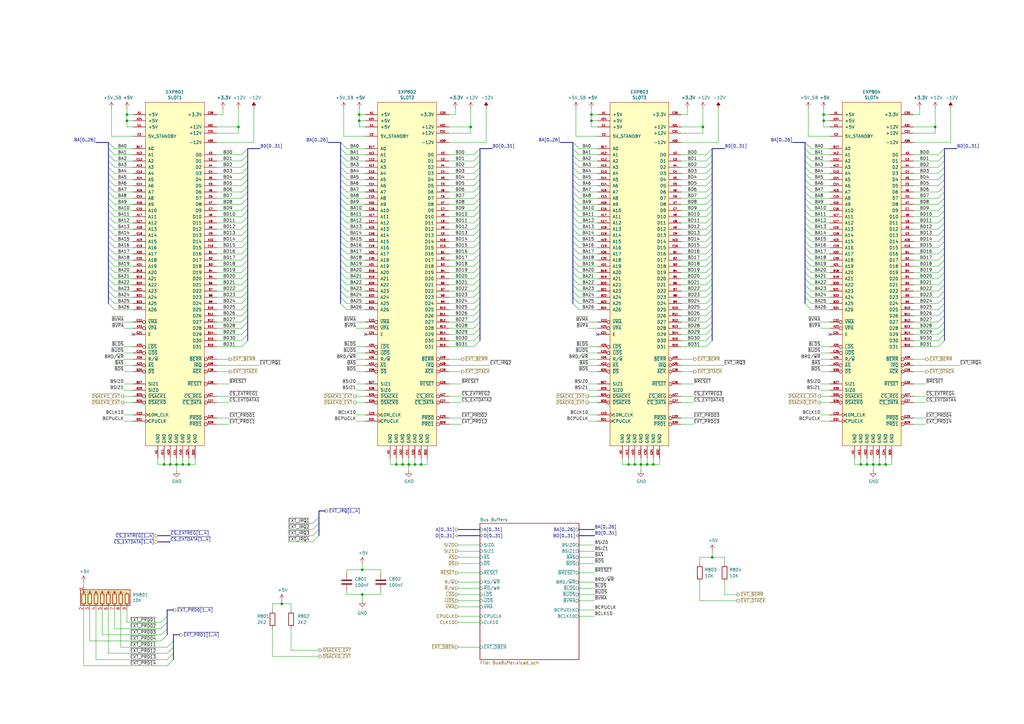
<source format=kicad_sch>
(kicad_sch (version 20211123) (generator eeschema)
  (paper "A3")
  (title_block (title "Y Ddraig Fawr") (company "Stephen Moody"))
  (junction (at 97.79 52.07))
  (junction (at 383.54 52.07))
  (junction (at 355.6 190.5))
  (junction (at 147.32 49.53))
  (junction (at 265.43 190.5))
  (junction (at 72.39 190.5))
  (junction (at 337.82 46.99))
  (junction (at 193.04 52.07))
  (junction (at 52.07 46.99))
  (junction (at 363.22 190.5))
  (junction (at 148.59 233.68))
  (junction (at 358.14 190.5))
  (junction (at 52.07 49.53))
  (junction (at 257.81 190.5))
  (junction (at 353.06 190.5))
  (junction (at 292.1 228.6))
  (junction (at 147.32 46.99))
  (junction (at 242.57 46.99))
  (junction (at 337.82 49.53))
  (junction (at 267.97 190.5))
  (junction (at 162.56 190.5))
  (junction (at 69.85 190.5))
  (junction (at 148.59 243.84))
  (junction (at 262.89 190.5))
  (junction (at 360.68 190.5))
  (junction (at 167.64 190.5))
  (junction (at 242.57 49.53))
  (junction (at 260.35 190.5))
  (junction (at 67.31 190.5))
  (junction (at 170.18 190.5))
  (junction (at 165.1 190.5))
  (junction (at 77.47 190.5))
  (junction (at 74.93 190.5))
  (junction (at 172.72 190.5))
  (junction (at 115.57 247.65))
  (junction (at 288.29 52.07))
  (no_connect (at 340.36 137.16))
  (no_connect (at 149.86 137.16))
  (no_connect (at 245.11 137.16))
  (no_connect (at 54.61 137.16))
  (bus_entry (at 101.6 104.14) (size -2.54 2.54))
  (bus_entry (at 330.2 73.66) (size 2.54 2.54))
  (bus_entry (at 101.6 71.12) (size -2.54 2.54))
  (bus_entry (at 196.85 114.3) (size -2.54 2.54))
  (bus_entry (at 292.1 83.82) (size -2.54 2.54))
  (bus_entry (at 101.6 96.52) (size -2.54 2.54))
  (bus_entry (at 139.7 73.66) (size 2.54 2.54))
  (bus_entry (at 330.2 60.96) (size 2.54 2.54))
  (bus_entry (at 234.95 124.46) (size 2.54 2.54))
  (bus_entry (at 387.35 99.06) (size -2.54 2.54))
  (bus_entry (at 196.85 116.84) (size -2.54 2.54))
  (bus_entry (at 139.7 60.96) (size 2.54 2.54))
  (bus_entry (at 330.2 106.68) (size 2.54 2.54))
  (bus_entry (at 292.1 78.74) (size -2.54 2.54))
  (bus_entry (at 196.85 124.46) (size -2.54 2.54))
  (bus_entry (at 196.85 119.38) (size -2.54 2.54))
  (bus_entry (at 44.45 66.04) (size 2.54 2.54))
  (bus_entry (at 292.1 127) (size -2.54 2.54))
  (bus_entry (at 387.35 83.82) (size -2.54 2.54))
  (bus_entry (at 44.45 71.12) (size 2.54 2.54))
  (bus_entry (at 330.2 114.3) (size 2.54 2.54))
  (bus_entry (at 68.58 255.27) (size -2.54 2.54))
  (bus_entry (at 292.1 60.96) (size -2.54 2.54))
  (bus_entry (at 292.1 124.46) (size -2.54 2.54))
  (bus_entry (at 196.85 78.74) (size -2.54 2.54))
  (bus_entry (at 44.45 101.6) (size 2.54 2.54))
  (bus_entry (at 387.35 134.62) (size -2.54 2.54))
  (bus_entry (at 387.35 86.36) (size -2.54 2.54))
  (bus_entry (at 139.7 109.22) (size 2.54 2.54))
  (bus_entry (at 292.1 71.12) (size -2.54 2.54))
  (bus_entry (at 196.85 76.2) (size -2.54 2.54))
  (bus_entry (at 196.85 104.14) (size -2.54 2.54))
  (bus_entry (at 330.2 101.6) (size 2.54 2.54))
  (bus_entry (at 139.7 111.76) (size 2.54 2.54))
  (bus_entry (at 44.45 86.36) (size 2.54 2.54))
  (bus_entry (at 292.1 101.6) (size -2.54 2.54))
  (bus_entry (at 196.85 134.62) (size -2.54 2.54))
  (bus_entry (at 292.1 114.3) (size -2.54 2.54))
  (bus_entry (at 139.7 116.84) (size 2.54 2.54))
  (bus_entry (at 330.2 86.36) (size 2.54 2.54))
  (bus_entry (at 387.35 76.2) (size -2.54 2.54))
  (bus_entry (at 330.2 104.14) (size 2.54 2.54))
  (bus_entry (at 387.35 124.46) (size -2.54 2.54))
  (bus_entry (at 44.45 106.68) (size 2.54 2.54))
  (bus_entry (at 196.85 60.96) (size -2.54 2.54))
  (bus_entry (at 292.1 109.22) (size -2.54 2.54))
  (bus_entry (at 387.35 60.96) (size -2.54 2.54))
  (bus_entry (at 196.85 99.06) (size -2.54 2.54))
  (bus_entry (at 292.1 66.04) (size -2.54 2.54))
  (bus_entry (at 101.6 66.04) (size -2.54 2.54))
  (bus_entry (at 101.6 114.3) (size -2.54 2.54))
  (bus_entry (at 292.1 129.54) (size -2.54 2.54))
  (bus_entry (at 330.2 96.52) (size 2.54 2.54))
  (bus_entry (at 234.95 96.52) (size 2.54 2.54))
  (bus_entry (at 234.95 78.74) (size 2.54 2.54))
  (bus_entry (at 44.45 83.82) (size 2.54 2.54))
  (bus_entry (at 387.35 104.14) (size -2.54 2.54))
  (bus_entry (at 101.6 132.08) (size -2.54 2.54))
  (bus_entry (at 292.1 76.2) (size -2.54 2.54))
  (bus_entry (at 139.7 88.9) (size 2.54 2.54))
  (bus_entry (at 234.95 83.82) (size 2.54 2.54))
  (bus_entry (at 387.35 121.92) (size -2.54 2.54))
  (bus_entry (at 387.35 63.5) (size -2.54 2.54))
  (bus_entry (at 101.6 124.46) (size -2.54 2.54))
  (bus_entry (at 234.95 60.96) (size 2.54 2.54))
  (bus_entry (at 292.1 116.84) (size -2.54 2.54))
  (bus_entry (at 44.45 73.66) (size 2.54 2.54))
  (bus_entry (at 139.7 119.38) (size 2.54 2.54))
  (bus_entry (at 139.7 83.82) (size 2.54 2.54))
  (bus_entry (at 44.45 88.9) (size 2.54 2.54))
  (bus_entry (at 196.85 86.36) (size -2.54 2.54))
  (bus_entry (at 234.95 91.44) (size 2.54 2.54))
  (bus_entry (at 387.35 129.54) (size -2.54 2.54))
  (bus_entry (at 71.12 265.43) (size -2.54 2.54))
  (bus_entry (at 292.1 119.38) (size -2.54 2.54))
  (bus_entry (at 234.95 99.06) (size 2.54 2.54))
  (bus_entry (at 101.6 88.9) (size -2.54 2.54))
  (bus_entry (at 196.85 73.66) (size -2.54 2.54))
  (bus_entry (at 330.2 99.06) (size 2.54 2.54))
  (bus_entry (at 330.2 93.98) (size 2.54 2.54))
  (bus_entry (at 330.2 83.82) (size 2.54 2.54))
  (bus_entry (at 234.95 76.2) (size 2.54 2.54))
  (bus_entry (at 234.95 88.9) (size 2.54 2.54))
  (bus_entry (at 101.6 137.16) (size -2.54 2.54))
  (bus_entry (at 130.81 212.09) (size -2.54 2.54))
  (bus_entry (at 101.6 93.98) (size -2.54 2.54))
  (bus_entry (at 101.6 109.22) (size -2.54 2.54))
  (bus_entry (at 139.7 104.14) (size 2.54 2.54))
  (bus_entry (at 101.6 86.36) (size -2.54 2.54))
  (bus_entry (at 330.2 91.44) (size 2.54 2.54))
  (bus_entry (at 330.2 111.76) (size 2.54 2.54))
  (bus_entry (at 387.35 93.98) (size -2.54 2.54))
  (bus_entry (at 387.35 114.3) (size -2.54 2.54))
  (bus_entry (at 101.6 119.38) (size -2.54 2.54))
  (bus_entry (at 330.2 58.42) (size 2.54 2.54))
  (bus_entry (at 387.35 88.9) (size -2.54 2.54))
  (bus_entry (at 44.45 58.42) (size 2.54 2.54))
  (bus_entry (at 139.7 81.28) (size 2.54 2.54))
  (bus_entry (at 101.6 129.54) (size -2.54 2.54))
  (bus_entry (at 292.1 137.16) (size -2.54 2.54))
  (bus_entry (at 68.58 260.35) (size -2.54 2.54))
  (bus_entry (at 234.95 81.28) (size 2.54 2.54))
  (bus_entry (at 101.6 127) (size -2.54 2.54))
  (bus_entry (at 292.1 139.7) (size -2.54 2.54))
  (bus_entry (at 139.7 63.5) (size 2.54 2.54))
  (bus_entry (at 292.1 63.5) (size -2.54 2.54))
  (bus_entry (at 101.6 111.76) (size -2.54 2.54))
  (bus_entry (at 234.95 93.98) (size 2.54 2.54))
  (bus_entry (at 234.95 119.38) (size 2.54 2.54))
  (bus_entry (at 196.85 68.58) (size -2.54 2.54))
  (bus_entry (at 196.85 132.08) (size -2.54 2.54))
  (bus_entry (at 101.6 139.7) (size -2.54 2.54))
  (bus_entry (at 139.7 76.2) (size 2.54 2.54))
  (bus_entry (at 44.45 76.2) (size 2.54 2.54))
  (bus_entry (at 101.6 106.68) (size -2.54 2.54))
  (bus_entry (at 234.95 106.68) (size 2.54 2.54))
  (bus_entry (at 44.45 91.44) (size 2.54 2.54))
  (bus_entry (at 44.45 93.98) (size 2.54 2.54))
  (bus_entry (at 139.7 86.36) (size 2.54 2.54))
  (bus_entry (at 101.6 134.62) (size -2.54 2.54))
  (bus_entry (at 387.35 132.08) (size -2.54 2.54))
  (bus_entry (at 196.85 96.52) (size -2.54 2.54))
  (bus_entry (at 139.7 99.06) (size 2.54 2.54))
  (bus_entry (at 387.35 73.66) (size -2.54 2.54))
  (bus_entry (at 71.12 270.51) (size -2.54 2.54))
  (bus_entry (at 71.12 267.97) (size -2.54 2.54))
  (bus_entry (at 196.85 106.68) (size -2.54 2.54))
  (bus_entry (at 234.95 114.3) (size 2.54 2.54))
  (bus_entry (at 101.6 116.84) (size -2.54 2.54))
  (bus_entry (at 234.95 71.12) (size 2.54 2.54))
  (bus_entry (at 292.1 81.28) (size -2.54 2.54))
  (bus_entry (at 139.7 124.46) (size 2.54 2.54))
  (bus_entry (at 292.1 99.06) (size -2.54 2.54))
  (bus_entry (at 101.6 121.92) (size -2.54 2.54))
  (bus_entry (at 196.85 101.6) (size -2.54 2.54))
  (bus_entry (at 234.95 86.36) (size 2.54 2.54))
  (bus_entry (at 139.7 58.42) (size 2.54 2.54))
  (bus_entry (at 44.45 81.28) (size 2.54 2.54))
  (bus_entry (at 234.95 73.66) (size 2.54 2.54))
  (bus_entry (at 196.85 63.5) (size -2.54 2.54))
  (bus_entry (at 292.1 111.76) (size -2.54 2.54))
  (bus_entry (at 330.2 88.9) (size 2.54 2.54))
  (bus_entry (at 139.7 93.98) (size 2.54 2.54))
  (bus_entry (at 196.85 83.82) (size -2.54 2.54))
  (bus_entry (at 101.6 63.5) (size -2.54 2.54))
  (bus_entry (at 292.1 96.52) (size -2.54 2.54))
  (bus_entry (at 44.45 99.06) (size 2.54 2.54))
  (bus_entry (at 196.85 111.76) (size -2.54 2.54))
  (bus_entry (at 234.95 66.04) (size 2.54 2.54))
  (bus_entry (at 330.2 78.74) (size 2.54 2.54))
  (bus_entry (at 44.45 96.52) (size 2.54 2.54))
  (bus_entry (at 130.81 214.63) (size -2.54 2.54))
  (bus_entry (at 139.7 114.3) (size 2.54 2.54))
  (bus_entry (at 44.45 114.3) (size 2.54 2.54))
  (bus_entry (at 234.95 68.58) (size 2.54 2.54))
  (bus_entry (at 387.35 139.7) (size -2.54 2.54))
  (bus_entry (at 330.2 124.46) (size 2.54 2.54))
  (bus_entry (at 234.95 121.92) (size 2.54 2.54))
  (bus_entry (at 292.1 104.14) (size -2.54 2.54))
  (bus_entry (at 101.6 83.82) (size -2.54 2.54))
  (bus_entry (at 196.85 109.22) (size -2.54 2.54))
  (bus_entry (at 139.7 78.74) (size 2.54 2.54))
  (bus_entry (at 101.6 68.58) (size -2.54 2.54))
  (bus_entry (at 101.6 78.74) (size -2.54 2.54))
  (bus_entry (at 44.45 111.76) (size 2.54 2.54))
  (bus_entry (at 387.35 68.58) (size -2.54 2.54))
  (bus_entry (at 44.45 104.14) (size 2.54 2.54))
  (bus_entry (at 196.85 71.12) (size -2.54 2.54))
  (bus_entry (at 68.58 252.73) (size -2.54 2.54))
  (bus_entry (at 44.45 119.38) (size 2.54 2.54))
  (bus_entry (at 234.95 104.14) (size 2.54 2.54))
  (bus_entry (at 196.85 66.04) (size -2.54 2.54))
  (bus_entry (at 139.7 106.68) (size 2.54 2.54))
  (bus_entry (at 196.85 127) (size -2.54 2.54))
  (bus_entry (at 387.35 66.04) (size -2.54 2.54))
  (bus_entry (at 330.2 76.2) (size 2.54 2.54))
  (bus_entry (at 292.1 73.66) (size -2.54 2.54))
  (bus_entry (at 44.45 68.58) (size 2.54 2.54))
  (bus_entry (at 44.45 116.84) (size 2.54 2.54))
  (bus_entry (at 101.6 91.44) (size -2.54 2.54))
  (bus_entry (at 292.1 93.98) (size -2.54 2.54))
  (bus_entry (at 130.81 219.71) (size -2.54 2.54))
  (bus_entry (at 387.35 91.44) (size -2.54 2.54))
  (bus_entry (at 101.6 73.66) (size -2.54 2.54))
  (bus_entry (at 139.7 121.92) (size 2.54 2.54))
  (bus_entry (at 196.85 91.44) (size -2.54 2.54))
  (bus_entry (at 330.2 71.12) (size 2.54 2.54))
  (bus_entry (at 330.2 63.5) (size 2.54 2.54))
  (bus_entry (at 44.45 109.22) (size 2.54 2.54))
  (bus_entry (at 196.85 93.98) (size -2.54 2.54))
  (bus_entry (at 196.85 137.16) (size -2.54 2.54))
  (bus_entry (at 387.35 106.68) (size -2.54 2.54))
  (bus_entry (at 387.35 78.74) (size -2.54 2.54))
  (bus_entry (at 44.45 121.92) (size 2.54 2.54))
  (bus_entry (at 387.35 71.12) (size -2.54 2.54))
  (bus_entry (at 196.85 81.28) (size -2.54 2.54))
  (bus_entry (at 387.35 81.28) (size -2.54 2.54))
  (bus_entry (at 387.35 116.84) (size -2.54 2.54))
  (bus_entry (at 330.2 68.58) (size 2.54 2.54))
  (bus_entry (at 387.35 127) (size -2.54 2.54))
  (bus_entry (at 387.35 137.16) (size -2.54 2.54))
  (bus_entry (at 387.35 96.52) (size -2.54 2.54))
  (bus_entry (at 292.1 86.36) (size -2.54 2.54))
  (bus_entry (at 139.7 71.12) (size 2.54 2.54))
  (bus_entry (at 196.85 129.54) (size -2.54 2.54))
  (bus_entry (at 330.2 66.04) (size 2.54 2.54))
  (bus_entry (at 101.6 81.28) (size -2.54 2.54))
  (bus_entry (at 139.7 101.6) (size 2.54 2.54))
  (bus_entry (at 234.95 58.42) (size 2.54 2.54))
  (bus_entry (at 139.7 96.52) (size 2.54 2.54))
  (bus_entry (at 330.2 116.84) (size 2.54 2.54))
  (bus_entry (at 292.1 134.62) (size -2.54 2.54))
  (bus_entry (at 234.95 109.22) (size 2.54 2.54))
  (bus_entry (at 139.7 66.04) (size 2.54 2.54))
  (bus_entry (at 130.81 217.17) (size -2.54 2.54))
  (bus_entry (at 101.6 76.2) (size -2.54 2.54))
  (bus_entry (at 292.1 91.44) (size -2.54 2.54))
  (bus_entry (at 292.1 132.08) (size -2.54 2.54))
  (bus_entry (at 101.6 101.6) (size -2.54 2.54))
  (bus_entry (at 292.1 68.58) (size -2.54 2.54))
  (bus_entry (at 387.35 111.76) (size -2.54 2.54))
  (bus_entry (at 71.12 262.89) (size -2.54 2.54))
  (bus_entry (at 196.85 139.7) (size -2.54 2.54))
  (bus_entry (at 196.85 121.92) (size -2.54 2.54))
  (bus_entry (at 387.35 101.6) (size -2.54 2.54))
  (bus_entry (at 139.7 68.58) (size 2.54 2.54))
  (bus_entry (at 44.45 60.96) (size 2.54 2.54))
  (bus_entry (at 101.6 60.96) (size -2.54 2.54))
  (bus_entry (at 330.2 81.28) (size 2.54 2.54))
  (bus_entry (at 330.2 109.22) (size 2.54 2.54))
  (bus_entry (at 44.45 78.74) (size 2.54 2.54))
  (bus_entry (at 234.95 101.6) (size 2.54 2.54))
  (bus_entry (at 234.95 116.84) (size 2.54 2.54))
  (bus_entry (at 330.2 119.38) (size 2.54 2.54))
  (bus_entry (at 196.85 88.9) (size -2.54 2.54))
  (bus_entry (at 139.7 91.44) (size 2.54 2.54))
  (bus_entry (at 292.1 106.68) (size -2.54 2.54))
  (bus_entry (at 234.95 111.76) (size 2.54 2.54))
  (bus_entry (at 292.1 88.9) (size -2.54 2.54))
  (bus_entry (at 387.35 109.22) (size -2.54 2.54))
  (bus_entry (at 387.35 119.38) (size -2.54 2.54))
  (bus_entry (at 330.2 121.92) (size 2.54 2.54))
  (bus_entry (at 101.6 99.06) (size -2.54 2.54))
  (bus_entry (at 68.58 257.81) (size -2.54 2.54))
  (bus_entry (at 44.45 124.46) (size 2.54 2.54))
  (bus_entry (at 44.45 63.5) (size 2.54 2.54))
  (bus_entry (at 292.1 121.92) (size -2.54 2.54))
  (bus_entry (at 234.95 63.5) (size 2.54 2.54))
  (bus (pts (xy 196.85 99.06) (xy 196.85 101.6)))
  (wire (pts (xy 54.61 149.86) (xy 50.8 149.86)))
  (bus (pts (xy 139.7 106.68) (xy 139.7 109.22)))
  (wire (pts (xy 111.76 247.65) (xy 111.76 250.19)))
  (bus (pts (xy 139.7 83.82) (xy 139.7 86.36)))
  (bus (pts (xy 68.58 250.19) (xy 68.58 252.73)))
  (wire (pts (xy 149.86 49.53) (xy 147.32 49.53)))
  (wire (pts (xy 148.59 231.14) (xy 148.59 233.68)))
  (wire (pts (xy 88.9 66.04) (xy 99.06 66.04)))
  (wire (pts (xy 88.9 86.36) (xy 99.06 86.36)))
  (bus (pts (xy 101.6 129.54) (xy 101.6 132.08)))
  (wire (pts (xy 142.24 91.44) (xy 149.86 91.44)))
  (wire (pts (xy 287.02 231.14) (xy 287.02 228.6)))
  (bus (pts (xy 387.35 137.16) (xy 387.35 139.7)))
  (bus (pts (xy 44.45 60.96) (xy 44.45 63.5)))
  (bus (pts (xy 387.35 68.58) (xy 387.35 71.12)))
  (wire (pts (xy 332.74 121.92) (xy 340.36 121.92)))
  (bus (pts (xy 196.85 111.76) (xy 196.85 114.3)))
  (wire (pts (xy 374.65 165.1) (xy 379.73 165.1)))
  (bus (pts (xy 71.12 260.35) (xy 71.12 262.89)))
  (wire (pts (xy 88.9 46.99) (xy 91.44 46.99)))
  (wire (pts (xy 167.64 190.5) (xy 170.18 190.5)))
  (wire (pts (xy 46.99 63.5) (xy 54.61 63.5)))
  (bus (pts (xy 387.35 124.46) (xy 387.35 127)))
  (bus (pts (xy 234.95 121.92) (xy 234.95 124.46)))
  (bus (pts (xy 44.45 66.04) (xy 44.45 68.58)))
  (bus (pts (xy 196.85 132.08) (xy 196.85 134.62)))
  (bus (pts (xy 101.6 116.84) (xy 101.6 119.38)))
  (wire (pts (xy 279.4 54.61) (xy 288.29 54.61)))
  (bus (pts (xy 330.2 66.04) (xy 330.2 68.58)))
  (wire (pts (xy 374.65 101.6) (xy 384.81 101.6)))
  (wire (pts (xy 332.74 88.9) (xy 340.36 88.9)))
  (wire (pts (xy 383.54 52.07) (xy 383.54 54.61)))
  (bus (pts (xy 387.35 86.36) (xy 387.35 88.9)))
  (wire (pts (xy 184.15 127) (xy 194.31 127)))
  (wire (pts (xy 184.15 132.08) (xy 194.31 132.08)))
  (wire (pts (xy 241.3 142.24) (xy 245.11 142.24)))
  (bus (pts (xy 234.95 109.22) (xy 234.95 111.76)))
  (bus (pts (xy 330.2 106.68) (xy 330.2 109.22)))
  (wire (pts (xy 332.74 66.04) (xy 340.36 66.04)))
  (wire (pts (xy 167.64 187.96) (xy 167.64 190.5)))
  (bus (pts (xy 101.6 134.62) (xy 101.6 137.16)))
  (bus (pts (xy 44.45 91.44) (xy 44.45 93.98)))
  (wire (pts (xy 332.74 104.14) (xy 340.36 104.14)))
  (bus (pts (xy 44.45 68.58) (xy 44.45 71.12)))
  (bus (pts (xy 292.1 91.44) (xy 292.1 93.98)))
  (wire (pts (xy 279.4 152.4) (xy 284.48 152.4)))
  (wire (pts (xy 46.99 60.96) (xy 54.61 60.96)))
  (wire (pts (xy 245.11 132.08) (xy 241.3 132.08)))
  (wire (pts (xy 52.07 49.53) (xy 52.07 46.99)))
  (wire (pts (xy 279.4 78.74) (xy 289.56 78.74)))
  (wire (pts (xy 72.39 193.04) (xy 72.39 190.5)))
  (wire (pts (xy 193.04 52.07) (xy 193.04 54.61)))
  (wire (pts (xy 279.4 71.12) (xy 289.56 71.12)))
  (wire (pts (xy 358.14 193.04) (xy 358.14 190.5)))
  (bus (pts (xy 196.85 71.12) (xy 196.85 73.66)))
  (wire (pts (xy 365.76 190.5) (xy 365.76 187.96)))
  (wire (pts (xy 46.99 68.58) (xy 54.61 68.58)))
  (bus (pts (xy 234.95 86.36) (xy 234.95 88.9)))
  (bus (pts (xy 330.2 93.98) (xy 330.2 96.52)))
  (wire (pts (xy 242.57 52.07) (xy 245.11 52.07)))
  (bus (pts (xy 330.2 63.5) (xy 330.2 66.04)))
  (wire (pts (xy 46.99 106.68) (xy 54.61 106.68)))
  (wire (pts (xy 279.4 46.99) (xy 281.94 46.99)))
  (wire (pts (xy 337.82 49.53) (xy 337.82 46.99)))
  (wire (pts (xy 162.56 190.5) (xy 165.1 190.5)))
  (wire (pts (xy 118.11 222.25) (xy 128.27 222.25)))
  (wire (pts (xy 279.4 149.86) (xy 296.926 149.86)))
  (wire (pts (xy 67.31 190.5) (xy 69.85 190.5)))
  (wire (pts (xy 279.4 157.48) (xy 284.48 157.48)))
  (bus (pts (xy 387.35 127) (xy 387.35 129.54)))
  (bus (pts (xy 139.7 116.84) (xy 139.7 119.38)))
  (bus (pts (xy 196.85 93.98) (xy 196.85 96.52)))
  (wire (pts (xy 374.65 152.4) (xy 379.73 152.4)))
  (bus (pts (xy 196.85 101.6) (xy 196.85 104.14)))
  (wire (pts (xy 111.76 269.24) (xy 111.76 257.81)))
  (bus (pts (xy 234.95 66.04) (xy 234.95 68.58)))
  (bus (pts (xy 139.7 58.42) (xy 139.7 60.96)))
  (bus (pts (xy 139.7 114.3) (xy 139.7 116.84)))
  (wire (pts (xy 149.86 162.56) (xy 146.05 162.56)))
  (wire (pts (xy 292.1 228.6) (xy 297.18 228.6)))
  (wire (pts (xy 374.65 119.38) (xy 384.81 119.38)))
  (wire (pts (xy 279.4 68.58) (xy 289.56 68.58)))
  (wire (pts (xy 184.15 54.61) (xy 193.04 54.61)))
  (wire (pts (xy 279.4 139.7) (xy 289.56 139.7)))
  (bus (pts (xy 44.45 106.68) (xy 44.45 109.22)))
  (wire (pts (xy 374.65 54.61) (xy 383.54 54.61)))
  (wire (pts (xy 184.15 91.44) (xy 194.31 91.44)))
  (wire (pts (xy 237.49 238.76) (xy 243.84 238.76)))
  (wire (pts (xy 88.9 124.46) (xy 99.06 124.46)))
  (wire (pts (xy 46.99 81.28) (xy 54.61 81.28)))
  (wire (pts (xy 374.65 96.52) (xy 384.81 96.52)))
  (wire (pts (xy 64.77 190.5) (xy 67.31 190.5)))
  (wire (pts (xy 88.9 106.68) (xy 99.06 106.68)))
  (wire (pts (xy 332.74 106.68) (xy 340.36 106.68)))
  (wire (pts (xy 332.74 76.2) (xy 340.36 76.2)))
  (wire (pts (xy 184.15 119.38) (xy 194.31 119.38)))
  (wire (pts (xy 34.29 273.05) (xy 34.29 250.19)))
  (wire (pts (xy 52.07 52.07) (xy 52.07 49.53)))
  (wire (pts (xy 172.72 190.5) (xy 175.26 190.5)))
  (bus (pts (xy 292.1 96.52) (xy 292.1 99.06)))
  (wire (pts (xy 88.9 121.92) (xy 99.06 121.92)))
  (wire (pts (xy 66.04 260.35) (xy 41.91 260.35)))
  (wire (pts (xy 184.15 139.7) (xy 194.31 139.7)))
  (wire (pts (xy 237.49 124.46) (xy 245.11 124.46)))
  (wire (pts (xy 149.86 157.48) (xy 146.05 157.48)))
  (bus (pts (xy 387.35 114.3) (xy 387.35 116.84)))
  (wire (pts (xy 142.24 243.84) (xy 148.59 243.84)))
  (wire (pts (xy 199.39 44.45) (xy 199.39 58.42)))
  (wire (pts (xy 377.19 46.99) (xy 377.19 44.45)))
  (bus (pts (xy 292.1 104.14) (xy 292.1 106.68)))
  (bus (pts (xy 387.35 60.96) (xy 387.35 63.5)))
  (bus (pts (xy 292.1 83.82) (xy 292.1 86.36)))
  (bus (pts (xy 234.95 106.68) (xy 234.95 109.22)))
  (bus (pts (xy 68.58 250.19) (xy 71.12 250.19)))
  (bus (pts (xy 243.84 219.71) (xy 237.49 219.71)))
  (wire (pts (xy 46.99 109.22) (xy 54.61 109.22)))
  (wire (pts (xy 279.4 88.9) (xy 289.56 88.9)))
  (wire (pts (xy 237.49 246.38) (xy 243.84 246.38)))
  (wire (pts (xy 72.39 187.96) (xy 72.39 190.5)))
  (wire (pts (xy 80.01 190.5) (xy 80.01 187.96)))
  (wire (pts (xy 332.74 119.38) (xy 340.36 119.38)))
  (wire (pts (xy 142.24 111.76) (xy 149.86 111.76)))
  (wire (pts (xy 187.96 241.3) (xy 196.85 241.3)))
  (wire (pts (xy 242.57 49.53) (xy 242.57 46.99)))
  (bus (pts (xy 387.35 88.9) (xy 387.35 91.44)))
  (wire (pts (xy 149.86 149.86) (xy 146.05 149.86)))
  (wire (pts (xy 93.98 171.45) (xy 88.9 171.45)))
  (wire (pts (xy 245.11 170.18) (xy 241.3 170.18)))
  (wire (pts (xy 45.72 44.45) (xy 45.72 55.88)))
  (wire (pts (xy 279.4 86.36) (xy 289.56 86.36)))
  (wire (pts (xy 88.9 165.1) (xy 93.98 165.1)))
  (wire (pts (xy 88.9 129.54) (xy 99.06 129.54)))
  (wire (pts (xy 279.4 109.22) (xy 289.56 109.22)))
  (bus (pts (xy 292.1 116.84) (xy 292.1 119.38)))
  (wire (pts (xy 165.1 190.5) (xy 165.1 187.96)))
  (bus (pts (xy 101.6 60.96) (xy 106.68 60.96)))
  (wire (pts (xy 279.4 132.08) (xy 289.56 132.08)))
  (bus (pts (xy 139.7 81.28) (xy 139.7 83.82)))
  (wire (pts (xy 270.51 190.5) (xy 270.51 187.96)))
  (wire (pts (xy 279.4 99.06) (xy 289.56 99.06)))
  (wire (pts (xy 332.74 91.44) (xy 340.36 91.44)))
  (wire (pts (xy 88.9 78.74) (xy 99.06 78.74)))
  (wire (pts (xy 54.61 144.78) (xy 50.8 144.78)))
  (wire (pts (xy 88.9 152.4) (xy 93.98 152.4)))
  (bus (pts (xy 330.2 119.38) (xy 330.2 121.92)))
  (bus (pts (xy 196.85 116.84) (xy 196.85 119.38)))
  (wire (pts (xy 374.65 134.62) (xy 384.81 134.62)))
  (wire (pts (xy 189.23 171.45) (xy 184.15 171.45)))
  (wire (pts (xy 260.35 190.5) (xy 262.89 190.5)))
  (wire (pts (xy 336.55 172.72) (xy 340.36 172.72)))
  (wire (pts (xy 332.74 60.96) (xy 340.36 60.96)))
  (wire (pts (xy 374.65 139.7) (xy 384.81 139.7)))
  (bus (pts (xy 196.85 86.36) (xy 196.85 88.9)))
  (wire (pts (xy 294.64 44.45) (xy 294.64 58.42)))
  (wire (pts (xy 374.65 116.84) (xy 384.81 116.84)))
  (wire (pts (xy 184.15 157.48) (xy 189.23 157.48)))
  (wire (pts (xy 46.99 124.46) (xy 54.61 124.46)))
  (wire (pts (xy 332.74 96.52) (xy 340.36 96.52)))
  (bus (pts (xy 139.7 73.66) (xy 139.7 76.2)))
  (wire (pts (xy 142.24 63.5) (xy 149.86 63.5)))
  (wire (pts (xy 288.29 52.07) (xy 288.29 54.61)))
  (wire (pts (xy 237.49 231.14) (xy 243.84 231.14)))
  (wire (pts (xy 146.05 165.1) (xy 149.86 165.1)))
  (wire (pts (xy 148.59 243.84) (xy 156.21 243.84)))
  (bus (pts (xy 101.6 63.5) (xy 101.6 66.04)))
  (bus (pts (xy 44.45 111.76) (xy 44.45 114.3)))
  (wire (pts (xy 374.65 81.28) (xy 384.81 81.28)))
  (wire (pts (xy 279.4 142.24) (xy 289.56 142.24)))
  (wire (pts (xy 374.65 52.07) (xy 383.54 52.07)))
  (bus (pts (xy 234.95 83.82) (xy 234.95 86.36)))
  (bus (pts (xy 101.6 109.22) (xy 101.6 111.76)))
  (bus (pts (xy 44.45 81.28) (xy 44.45 83.82)))
  (wire (pts (xy 237.49 228.6) (xy 243.84 228.6)))
  (wire (pts (xy 374.65 109.22) (xy 384.81 109.22)))
  (bus (pts (xy 330.2 116.84) (xy 330.2 119.38)))
  (wire (pts (xy 45.72 55.88) (xy 54.61 55.88)))
  (wire (pts (xy 262.89 190.5) (xy 265.43 190.5)))
  (bus (pts (xy 196.85 114.3) (xy 196.85 116.84)))
  (wire (pts (xy 93.98 147.32) (xy 88.9 147.32)))
  (wire (pts (xy 242.57 52.07) (xy 242.57 49.53)))
  (bus (pts (xy 187.96 217.17) (xy 196.85 217.17)))
  (wire (pts (xy 241.3 147.32) (xy 245.11 147.32)))
  (wire (pts (xy 374.65 46.99) (xy 377.19 46.99)))
  (bus (pts (xy 130.81 214.63) (xy 130.81 217.17)))
  (wire (pts (xy 353.06 187.96) (xy 353.06 190.5)))
  (bus (pts (xy 330.2 114.3) (xy 330.2 116.84)))
  (bus (pts (xy 234.95 116.84) (xy 234.95 119.38)))
  (bus (pts (xy 330.2 96.52) (xy 330.2 99.06)))
  (wire (pts (xy 200.914 149.86) (xy 184.15 149.86)))
  (bus (pts (xy 330.2 73.66) (xy 330.2 76.2)))
  (wire (pts (xy 44.45 267.97) (xy 44.45 250.19)))
  (wire (pts (xy 142.24 60.96) (xy 149.86 60.96)))
  (bus (pts (xy 330.2 91.44) (xy 330.2 93.98)))
  (wire (pts (xy 88.9 93.98) (xy 99.06 93.98)))
  (wire (pts (xy 331.47 44.45) (xy 331.47 55.88)))
  (wire (pts (xy 279.4 129.54) (xy 289.56 129.54)))
  (wire (pts (xy 142.24 242.57) (xy 142.24 243.84)))
  (wire (pts (xy 340.36 162.56) (xy 336.55 162.56)))
  (bus (pts (xy 292.1 132.08) (xy 292.1 134.62)))
  (bus (pts (xy 71.12 265.43) (xy 71.12 267.97)))
  (bus (pts (xy 44.45 121.92) (xy 44.45 124.46)))
  (wire (pts (xy 64.77 187.96) (xy 64.77 190.5)))
  (wire (pts (xy 237.49 78.74) (xy 245.11 78.74)))
  (bus (pts (xy 292.1 137.16) (xy 292.1 139.7)))
  (bus (pts (xy 196.85 63.5) (xy 196.85 66.04)))
  (wire (pts (xy 187.96 228.6) (xy 196.85 228.6)))
  (wire (pts (xy 184.15 71.12) (xy 194.31 71.12)))
  (bus (pts (xy 330.2 76.2) (xy 330.2 78.74)))
  (bus (pts (xy 196.85 73.66) (xy 196.85 76.2)))
  (bus (pts (xy 196.85 109.22) (xy 196.85 111.76)))
  (wire (pts (xy 374.65 157.48) (xy 379.73 157.48)))
  (wire (pts (xy 115.57 247.65) (xy 111.76 247.65)))
  (bus (pts (xy 101.6 76.2) (xy 101.6 78.74)))
  (bus (pts (xy 330.2 88.9) (xy 330.2 91.44)))
  (wire (pts (xy 292.1 226.06) (xy 292.1 228.6)))
  (wire (pts (xy 383.54 44.45) (xy 383.54 52.07)))
  (wire (pts (xy 88.9 137.16) (xy 99.06 137.16)))
  (wire (pts (xy 184.15 76.2) (xy 194.31 76.2)))
  (wire (pts (xy 88.9 127) (xy 99.06 127)))
  (wire (pts (xy 332.74 68.58) (xy 340.36 68.58)))
  (wire (pts (xy 279.4 52.07) (xy 288.29 52.07)))
  (wire (pts (xy 88.9 111.76) (xy 99.06 111.76)))
  (wire (pts (xy 337.82 46.99) (xy 337.82 44.45)))
  (wire (pts (xy 88.9 101.6) (xy 99.06 101.6)))
  (bus (pts (xy 101.6 60.96) (xy 101.6 63.5)))
  (wire (pts (xy 196.85 231.14) (xy 187.96 231.14)))
  (bus (pts (xy 44.45 76.2) (xy 44.45 78.74)))
  (bus (pts (xy 101.6 93.98) (xy 101.6 96.52)))
  (wire (pts (xy 379.73 162.56) (xy 374.65 162.56)))
  (bus (pts (xy 292.1 81.28) (xy 292.1 83.82)))
  (wire (pts (xy 265.43 187.96) (xy 265.43 190.5)))
  (wire (pts (xy 184.15 134.62) (xy 194.31 134.62)))
  (wire (pts (xy 54.61 170.18) (xy 50.8 170.18)))
  (wire (pts (xy 162.56 187.96) (xy 162.56 190.5)))
  (bus (pts (xy 130.81 217.17) (xy 130.81 219.71)))
  (wire (pts (xy 279.4 76.2) (xy 289.56 76.2)))
  (wire (pts (xy 255.27 187.96) (xy 255.27 190.5)))
  (wire (pts (xy 88.9 52.07) (xy 97.79 52.07)))
  (wire (pts (xy 119.38 247.65) (xy 115.57 247.65)))
  (wire (pts (xy 374.65 111.76) (xy 384.81 111.76)))
  (bus (pts (xy 292.1 99.06) (xy 292.1 101.6)))
  (wire (pts (xy 142.24 106.68) (xy 149.86 106.68)))
  (wire (pts (xy 140.97 44.45) (xy 140.97 55.88)))
  (wire (pts (xy 237.49 60.96) (xy 245.11 60.96)))
  (wire (pts (xy 243.84 234.95) (xy 237.49 234.95)))
  (wire (pts (xy 279.4 114.3) (xy 289.56 114.3)))
  (wire (pts (xy 184.15 121.92) (xy 194.31 121.92)))
  (wire (pts (xy 88.9 76.2) (xy 99.06 76.2)))
  (wire (pts (xy 184.15 99.06) (xy 194.31 99.06)))
  (wire (pts (xy 184.15 46.99) (xy 186.69 46.99)))
  (wire (pts (xy 257.81 187.96) (xy 257.81 190.5)))
  (wire (pts (xy 374.65 137.16) (xy 384.81 137.16)))
  (wire (pts (xy 332.74 127) (xy 340.36 127)))
  (wire (pts (xy 237.49 88.9) (xy 245.11 88.9)))
  (wire (pts (xy 148.59 243.84) (xy 148.59 246.38)))
  (wire (pts (xy 142.24 127) (xy 149.86 127)))
  (wire (pts (xy 241.3 160.02) (xy 245.11 160.02)))
  (wire (pts (xy 68.58 267.97) (xy 44.45 267.97)))
  (wire (pts (xy 184.15 73.66) (xy 194.31 73.66)))
  (wire (pts (xy 374.65 129.54) (xy 384.81 129.54)))
  (wire (pts (xy 265.43 190.5) (xy 267.97 190.5)))
  (wire (pts (xy 267.97 190.5) (xy 270.51 190.5)))
  (wire (pts (xy 237.49 226.06) (xy 243.84 226.06)))
  (wire (pts (xy 337.82 52.07) (xy 337.82 49.53)))
  (wire (pts (xy 118.11 219.71) (xy 128.27 219.71)))
  (wire (pts (xy 39.37 270.51) (xy 39.37 250.19)))
  (wire (pts (xy 237.49 73.66) (xy 245.11 73.66)))
  (wire (pts (xy 88.9 104.14) (xy 99.06 104.14)))
  (wire (pts (xy 46.99 99.06) (xy 54.61 99.06)))
  (bus (pts (xy 234.95 119.38) (xy 234.95 121.92)))
  (bus (pts (xy 196.85 91.44) (xy 196.85 93.98)))
  (wire (pts (xy 237.49 86.36) (xy 245.11 86.36)))
  (bus (pts (xy 196.85 96.52) (xy 196.85 99.06)))
  (bus (pts (xy 387.35 81.28) (xy 387.35 83.82)))
  (wire (pts (xy 284.48 162.56) (xy 279.4 162.56)))
  (bus (pts (xy 39.37 58.42) (xy 44.45 58.42)))
  (bus (pts (xy 139.7 66.04) (xy 139.7 68.58)))
  (bus (pts (xy 101.6 66.04) (xy 101.6 68.58)))
  (wire (pts (xy 50.8 134.62) (xy 54.61 134.62)))
  (bus (pts (xy 229.87 58.42) (xy 234.95 58.42)))
  (bus (pts (xy 196.85 129.54) (xy 196.85 132.08)))
  (wire (pts (xy 360.68 190.5) (xy 363.22 190.5)))
  (bus (pts (xy 101.6 71.12) (xy 101.6 73.66)))
  (bus (pts (xy 139.7 88.9) (xy 139.7 91.44)))
  (wire (pts (xy 88.9 173.99) (xy 93.98 173.99)))
  (wire (pts (xy 237.49 241.3) (xy 243.84 241.3)))
  (bus (pts (xy 330.2 68.58) (xy 330.2 71.12)))
  (bus (pts (xy 44.45 63.5) (xy 44.45 66.04)))
  (wire (pts (xy 46.99 93.98) (xy 54.61 93.98)))
  (wire (pts (xy 49.53 265.43) (xy 49.53 250.19)))
  (bus (pts (xy 387.35 111.76) (xy 387.35 114.3)))
  (wire (pts (xy 147.32 52.07) (xy 149.86 52.07)))
  (wire (pts (xy 156.21 233.68) (xy 148.59 233.68)))
  (bus (pts (xy 196.85 127) (xy 196.85 129.54)))
  (wire (pts (xy 279.4 165.1) (xy 284.48 165.1)))
  (wire (pts (xy 46.99 111.76) (xy 54.61 111.76)))
  (bus (pts (xy 330.2 109.22) (xy 330.2 111.76)))
  (bus (pts (xy 387.35 73.66) (xy 387.35 76.2)))
  (wire (pts (xy 147.32 49.53) (xy 147.32 46.99)))
  (wire (pts (xy 196.85 238.76) (xy 187.96 238.76)))
  (wire (pts (xy 389.89 44.45) (xy 389.89 58.42)))
  (bus (pts (xy 234.95 101.6) (xy 234.95 104.14)))
  (wire (pts (xy 142.24 68.58) (xy 149.86 68.58)))
  (wire (pts (xy 66.04 257.81) (xy 46.99 257.81)))
  (wire (pts (xy 255.27 190.5) (xy 257.81 190.5)))
  (wire (pts (xy 279.4 58.42) (xy 294.64 58.42)))
  (wire (pts (xy 142.24 101.6) (xy 149.86 101.6)))
  (wire (pts (xy 46.99 91.44) (xy 54.61 91.44)))
  (wire (pts (xy 340.36 49.53) (xy 337.82 49.53)))
  (bus (pts (xy 292.1 86.36) (xy 292.1 88.9)))
  (bus (pts (xy 139.7 78.74) (xy 139.7 81.28)))
  (wire (pts (xy 88.9 119.38) (xy 99.06 119.38)))
  (wire (pts (xy 140.97 55.88) (xy 149.86 55.88)))
  (wire (pts (xy 142.24 78.74) (xy 149.86 78.74)))
  (bus (pts (xy 139.7 121.92) (xy 139.7 124.46)))
  (bus (pts (xy 292.1 66.04) (xy 292.1 68.58)))
  (bus (pts (xy 387.35 71.12) (xy 387.35 73.66)))
  (wire (pts (xy 337.82 52.07) (xy 340.36 52.07)))
  (wire (pts (xy 77.47 190.5) (xy 80.01 190.5)))
  (wire (pts (xy 130.81 269.24) (xy 111.76 269.24)))
  (bus (pts (xy 130.81 209.55) (xy 130.81 212.09)))
  (wire (pts (xy 142.24 121.92) (xy 149.86 121.92)))
  (bus (pts (xy 234.95 111.76) (xy 234.95 114.3)))
  (wire (pts (xy 142.24 83.82) (xy 149.86 83.82)))
  (bus (pts (xy 387.35 101.6) (xy 387.35 104.14)))
  (wire (pts (xy 167.64 193.04) (xy 167.64 190.5)))
  (wire (pts (xy 170.18 187.96) (xy 170.18 190.5)))
  (wire (pts (xy 149.86 132.08) (xy 146.05 132.08)))
  (wire (pts (xy 142.24 88.9) (xy 149.86 88.9)))
  (bus (pts (xy 234.95 71.12) (xy 234.95 73.66)))
  (bus (pts (xy 234.95 91.44) (xy 234.95 93.98)))
  (bus (pts (xy 68.58 252.73) (xy 68.58 255.27)))
  (wire (pts (xy 46.99 73.66) (xy 54.61 73.66)))
  (wire (pts (xy 72.39 190.5) (xy 74.93 190.5)))
  (wire (pts (xy 68.58 273.05) (xy 34.29 273.05)))
  (bus (pts (xy 234.95 114.3) (xy 234.95 116.84)))
  (wire (pts (xy 146.05 147.32) (xy 149.86 147.32)))
  (wire (pts (xy 46.99 66.04) (xy 54.61 66.04)))
  (wire (pts (xy 46.99 86.36) (xy 54.61 86.36)))
  (wire (pts (xy 149.86 170.18) (xy 146.05 170.18)))
  (wire (pts (xy 88.9 99.06) (xy 99.06 99.06)))
  (wire (pts (xy 279.4 134.62) (xy 289.56 134.62)))
  (wire (pts (xy 279.4 106.68) (xy 289.56 106.68)))
  (wire (pts (xy 332.74 73.66) (xy 340.36 73.66)))
  (wire (pts (xy 237.49 66.04) (xy 245.11 66.04)))
  (bus (pts (xy 139.7 99.06) (xy 139.7 101.6)))
  (wire (pts (xy 374.65 106.68) (xy 384.81 106.68)))
  (bus (pts (xy 330.2 121.92) (xy 330.2 124.46)))
  (bus (pts (xy 44.45 114.3) (xy 44.45 116.84)))
  (wire (pts (xy 279.4 116.84) (xy 289.56 116.84)))
  (wire (pts (xy 46.99 96.52) (xy 54.61 96.52)))
  (wire (pts (xy 189.23 162.56) (xy 184.15 162.56)))
  (wire (pts (xy 279.4 137.16) (xy 289.56 137.16)))
  (wire (pts (xy 184.15 81.28) (xy 194.31 81.28)))
  (wire (pts (xy 46.99 127) (xy 54.61 127)))
  (bus (pts (xy 387.35 76.2) (xy 387.35 78.74)))
  (wire (pts (xy 115.57 246.38) (xy 115.57 247.65)))
  (bus (pts (xy 330.2 81.28) (xy 330.2 83.82)))
  (bus (pts (xy 196.85 78.74) (xy 196.85 81.28)))
  (wire (pts (xy 142.24 99.06) (xy 149.86 99.06)))
  (wire (pts (xy 88.9 88.9) (xy 99.06 88.9)))
  (wire (pts (xy 184.15 129.54) (xy 194.31 129.54)))
  (wire (pts (xy 172.72 187.96) (xy 172.72 190.5)))
  (bus (pts (xy 44.45 109.22) (xy 44.45 111.76)))
  (wire (pts (xy 336.55 134.62) (xy 340.36 134.62)))
  (wire (pts (xy 142.24 81.28) (xy 149.86 81.28)))
  (bus (pts (xy 196.85 88.9) (xy 196.85 91.44)))
  (wire (pts (xy 237.49 223.52) (xy 243.84 223.52)))
  (wire (pts (xy 50.8 172.72) (xy 54.61 172.72)))
  (wire (pts (xy 237.49 243.84) (xy 243.84 243.84)))
  (bus (pts (xy 101.6 81.28) (xy 101.6 83.82)))
  (bus (pts (xy 234.95 96.52) (xy 234.95 99.06)))
  (wire (pts (xy 142.24 114.3) (xy 149.86 114.3)))
  (wire (pts (xy 88.9 63.5) (xy 99.06 63.5)))
  (bus (pts (xy 330.2 99.06) (xy 330.2 101.6)))
  (wire (pts (xy 287.02 246.38) (xy 287.02 238.76)))
  (wire (pts (xy 184.15 116.84) (xy 194.31 116.84)))
  (bus (pts (xy 387.35 99.06) (xy 387.35 101.6)))
  (bus (pts (xy 330.2 60.96) (xy 330.2 63.5)))
  (bus (pts (xy 330.2 58.42) (xy 330.2 60.96)))
  (wire (pts (xy 50.8 142.24) (xy 54.61 142.24)))
  (bus (pts (xy 292.1 134.62) (xy 292.1 137.16)))
  (wire (pts (xy 66.04 262.89) (xy 36.83 262.89)))
  (bus (pts (xy 325.12 58.42) (xy 330.2 58.42)))
  (wire (pts (xy 237.49 121.92) (xy 245.11 121.92)))
  (wire (pts (xy 241.3 152.4) (xy 245.11 152.4)))
  (wire (pts (xy 245.11 157.48) (xy 241.3 157.48)))
  (bus (pts (xy 101.6 99.06) (xy 101.6 101.6)))
  (bus (pts (xy 139.7 91.44) (xy 139.7 93.98)))
  (bus (pts (xy 101.6 111.76) (xy 101.6 114.3)))
  (wire (pts (xy 54.61 157.48) (xy 50.8 157.48)))
  (wire (pts (xy 104.14 44.45) (xy 104.14 58.42)))
  (bus (pts (xy 101.6 124.46) (xy 101.6 127)))
  (wire (pts (xy 184.15 152.4) (xy 189.23 152.4)))
  (bus (pts (xy 101.6 73.66) (xy 101.6 76.2)))
  (bus (pts (xy 292.1 109.22) (xy 292.1 111.76)))
  (bus (pts (xy 101.6 106.68) (xy 101.6 109.22)))
  (wire (pts (xy 88.9 71.12) (xy 99.06 71.12)))
  (bus (pts (xy 387.35 104.14) (xy 387.35 106.68)))
  (wire (pts (xy 332.74 101.6) (xy 340.36 101.6)))
  (wire (pts (xy 196.85 255.27) (xy 187.96 255.27)))
  (wire (pts (xy 184.15 52.07) (xy 193.04 52.07)))
  (wire (pts (xy 142.24 104.14) (xy 149.86 104.14)))
  (bus (pts (xy 196.85 81.28) (xy 196.85 83.82)))
  (wire (pts (xy 245.11 49.53) (xy 242.57 49.53)))
  (wire (pts (xy 88.9 132.08) (xy 99.06 132.08)))
  (wire (pts (xy 88.9 139.7) (xy 99.06 139.7)))
  (wire (pts (xy 237.49 106.68) (xy 245.11 106.68)))
  (wire (pts (xy 236.22 44.45) (xy 236.22 55.88)))
  (wire (pts (xy 142.24 109.22) (xy 149.86 109.22)))
  (bus (pts (xy 387.35 116.84) (xy 387.35 119.38)))
  (wire (pts (xy 97.79 52.07) (xy 97.79 54.61)))
  (wire (pts (xy 52.07 52.07) (xy 54.61 52.07)))
  (bus (pts (xy 69.85 222.25) (xy 64.77 222.25)))
  (bus (pts (xy 139.7 119.38) (xy 139.7 121.92)))
  (wire (pts (xy 184.15 165.1) (xy 189.23 165.1)))
  (bus (pts (xy 101.6 91.44) (xy 101.6 93.98)))
  (wire (pts (xy 146.05 160.02) (xy 149.86 160.02)))
  (wire (pts (xy 355.6 190.5) (xy 355.6 187.96)))
  (wire (pts (xy 374.65 93.98) (xy 384.81 93.98)))
  (wire (pts (xy 184.15 109.22) (xy 194.31 109.22)))
  (bus (pts (xy 292.1 88.9) (xy 292.1 91.44)))
  (wire (pts (xy 93.98 162.56) (xy 88.9 162.56)))
  (wire (pts (xy 302.26 243.84) (xy 297.18 243.84)))
  (wire (pts (xy 50.8 165.1) (xy 54.61 165.1)))
  (wire (pts (xy 41.91 260.35) (xy 41.91 250.19)))
  (wire (pts (xy 350.52 187.96) (xy 350.52 190.5)))
  (wire (pts (xy 262.89 187.96) (xy 262.89 190.5)))
  (bus (pts (xy 44.45 116.84) (xy 44.45 119.38)))
  (wire (pts (xy 184.15 111.76) (xy 194.31 111.76)))
  (bus (pts (xy 234.95 78.74) (xy 234.95 81.28)))
  (bus (pts (xy 71.12 267.97) (xy 71.12 270.51)))
  (bus (pts (xy 139.7 60.96) (xy 139.7 63.5)))
  (wire (pts (xy 279.4 96.52) (xy 289.56 96.52)))
  (wire (pts (xy 245.11 46.99) (xy 242.57 46.99)))
  (wire (pts (xy 146.05 152.4) (xy 149.86 152.4)))
  (bus (pts (xy 44.45 93.98) (xy 44.45 96.52)))
  (wire (pts (xy 336.55 147.32) (xy 340.36 147.32)))
  (wire (pts (xy 147.32 52.07) (xy 147.32 49.53)))
  (wire (pts (xy 332.74 116.84) (xy 340.36 116.84)))
  (bus (pts (xy 387.35 109.22) (xy 387.35 111.76)))
  (bus (pts (xy 292.1 114.3) (xy 292.1 116.84)))
  (bus (pts (xy 387.35 63.5) (xy 387.35 66.04)))
  (bus (pts (xy 101.6 86.36) (xy 101.6 88.9)))
  (wire (pts (xy 332.74 86.36) (xy 340.36 86.36)))
  (wire (pts (xy 91.44 46.99) (xy 91.44 44.45)))
  (wire (pts (xy 184.15 88.9) (xy 194.31 88.9)))
  (wire (pts (xy 193.04 44.45) (xy 193.04 52.07)))
  (wire (pts (xy 332.74 71.12) (xy 340.36 71.12)))
  (wire (pts (xy 184.15 137.16) (xy 194.31 137.16)))
  (wire (pts (xy 336.55 165.1) (xy 340.36 165.1)))
  (wire (pts (xy 374.65 121.92) (xy 384.81 121.92)))
  (bus (pts (xy 101.6 121.92) (xy 101.6 124.46)))
  (wire (pts (xy 88.9 54.61) (xy 97.79 54.61)))
  (wire (pts (xy 148.59 233.68) (xy 142.24 233.68)))
  (bus (pts (xy 234.95 60.96) (xy 234.95 63.5)))
  (wire (pts (xy 196.85 246.38) (xy 187.96 246.38)))
  (wire (pts (xy 165.1 190.5) (xy 167.64 190.5)))
  (bus (pts (xy 101.6 83.82) (xy 101.6 86.36)))
  (wire (pts (xy 46.99 88.9) (xy 54.61 88.9)))
  (wire (pts (xy 142.24 116.84) (xy 149.86 116.84)))
  (wire (pts (xy 88.9 68.58) (xy 99.06 68.58)))
  (wire (pts (xy 360.68 187.96) (xy 360.68 190.5)))
  (bus (pts (xy 101.6 96.52) (xy 101.6 99.06)))
  (wire (pts (xy 46.99 119.38) (xy 54.61 119.38)))
  (wire (pts (xy 374.65 91.44) (xy 384.81 91.44)))
  (bus (pts (xy 139.7 86.36) (xy 139.7 88.9)))
  (bus (pts (xy 44.45 104.14) (xy 44.45 106.68)))
  (wire (pts (xy 374.65 104.14) (xy 384.81 104.14)))
  (bus (pts (xy 139.7 63.5) (xy 139.7 66.04)))
  (wire (pts (xy 46.99 116.84) (xy 54.61 116.84)))
  (wire (pts (xy 279.4 81.28) (xy 289.56 81.28)))
  (wire (pts (xy 67.31 187.96) (xy 67.31 190.5)))
  (bus (pts (xy 387.35 129.54) (xy 387.35 132.08)))
  (wire (pts (xy 184.15 147.32) (xy 189.23 147.32)))
  (wire (pts (xy 118.11 217.17) (xy 128.27 217.17)))
  (bus (pts (xy 387.35 78.74) (xy 387.35 81.28)))
  (wire (pts (xy 336.55 152.4) (xy 340.36 152.4)))
  (wire (pts (xy 279.4 147.32) (xy 284.48 147.32)))
  (wire (pts (xy 279.4 127) (xy 289.56 127)))
  (bus (pts (xy 68.58 255.27) (xy 68.58 257.81)))
  (wire (pts (xy 374.65 58.42) (xy 389.89 58.42)))
  (wire (pts (xy 88.9 91.44) (xy 99.06 91.44)))
  (bus (pts (xy 101.6 101.6) (xy 101.6 104.14)))
  (bus (pts (xy 196.85 137.16) (xy 196.85 139.7)))
  (wire (pts (xy 243.84 250.19) (xy 237.49 250.19)))
  (wire (pts (xy 46.99 83.82) (xy 54.61 83.82)))
  (wire (pts (xy 340.36 157.48) (xy 336.55 157.48)))
  (wire (pts (xy 358.14 187.96) (xy 358.14 190.5)))
  (bus (pts (xy 139.7 71.12) (xy 139.7 73.66)))
  (bus (pts (xy 292.1 68.58) (xy 292.1 71.12)))
  (wire (pts (xy 88.9 142.24) (xy 99.06 142.24)))
  (bus (pts (xy 139.7 111.76) (xy 139.7 114.3)))
  (bus (pts (xy 330.2 104.14) (xy 330.2 106.68)))
  (bus (pts (xy 292.1 93.98) (xy 292.1 96.52)))
  (wire (pts (xy 196.85 248.92) (xy 187.96 248.92)))
  (wire (pts (xy 297.18 243.84) (xy 297.18 238.76)))
  (wire (pts (xy 340.36 46.99) (xy 337.82 46.99)))
  (wire (pts (xy 236.22 55.88) (xy 245.11 55.88)))
  (wire (pts (xy 187.96 234.95) (xy 196.85 234.95)))
  (bus (pts (xy 139.7 76.2) (xy 139.7 78.74)))
  (wire (pts (xy 142.24 93.98) (xy 149.86 93.98)))
  (wire (pts (xy 156.21 243.84) (xy 156.21 242.57)))
  (wire (pts (xy 279.4 93.98) (xy 289.56 93.98)))
  (bus (pts (xy 44.45 119.38) (xy 44.45 121.92)))
  (wire (pts (xy 237.49 96.52) (xy 245.11 96.52)))
  (wire (pts (xy 88.9 58.42) (xy 104.14 58.42)))
  (wire (pts (xy 50.8 160.02) (xy 54.61 160.02)))
  (bus (pts (xy 196.85 119.38) (xy 196.85 121.92)))
  (wire (pts (xy 88.9 73.66) (xy 99.06 73.66)))
  (bus (pts (xy 234.95 76.2) (xy 234.95 78.74)))
  (bus (pts (xy 292.1 127) (xy 292.1 129.54)))
  (wire (pts (xy 374.65 132.08) (xy 384.81 132.08)))
  (wire (pts (xy 142.24 71.12) (xy 149.86 71.12)))
  (wire (pts (xy 332.74 78.74) (xy 340.36 78.74)))
  (wire (pts (xy 52.07 255.27) (xy 52.07 250.19)))
  (bus (pts (xy 196.85 66.04) (xy 196.85 68.58)))
  (bus (pts (xy 196.85 124.46) (xy 196.85 127)))
  (bus (pts (xy 292.1 71.12) (xy 292.1 73.66)))
  (wire (pts (xy 119.38 250.19) (xy 119.38 247.65)))
  (bus (pts (xy 387.35 83.82) (xy 387.35 86.36)))
  (bus (pts (xy 292.1 73.66) (xy 292.1 76.2)))
  (wire (pts (xy 279.4 101.6) (xy 289.56 101.6)))
  (wire (pts (xy 160.02 187.96) (xy 160.02 190.5)))
  (wire (pts (xy 46.99 114.3) (xy 54.61 114.3)))
  (bus (pts (xy 196.85 60.96) (xy 196.85 63.5)))
  (bus (pts (xy 101.6 104.14) (xy 101.6 106.68)))
  (wire (pts (xy 74.93 187.96) (xy 74.93 190.5)))
  (wire (pts (xy 237.49 83.82) (xy 245.11 83.82)))
  (wire (pts (xy 46.99 78.74) (xy 54.61 78.74)))
  (wire (pts (xy 363.22 190.5) (xy 365.76 190.5)))
  (wire (pts (xy 237.49 93.98) (xy 245.11 93.98)))
  (wire (pts (xy 257.81 190.5) (xy 260.35 190.5)))
  (wire (pts (xy 355.6 190.5) (xy 358.14 190.5)))
  (bus (pts (xy 44.45 83.82) (xy 44.45 86.36)))
  (bus (pts (xy 44.45 88.9) (xy 44.45 91.44)))
  (wire (pts (xy 363.22 187.96) (xy 363.22 190.5)))
  (bus (pts (xy 196.85 83.82) (xy 196.85 86.36)))
  (wire (pts (xy 146.05 142.24) (xy 149.86 142.24)))
  (wire (pts (xy 184.15 83.82) (xy 194.31 83.82)))
  (wire (pts (xy 267.97 187.96) (xy 267.97 190.5)))
  (wire (pts (xy 142.24 73.66) (xy 149.86 73.66)))
  (bus (pts (xy 44.45 96.52) (xy 44.45 99.06)))
  (bus (pts (xy 196.85 121.92) (xy 196.85 124.46)))
  (wire (pts (xy 187.96 223.52) (xy 196.85 223.52)))
  (wire (pts (xy 237.49 114.3) (xy 245.11 114.3)))
  (wire (pts (xy 184.15 101.6) (xy 194.31 101.6)))
  (wire (pts (xy 331.47 55.88) (xy 340.36 55.88)))
  (wire (pts (xy 88.9 109.22) (xy 99.06 109.22)))
  (wire (pts (xy 237.49 68.58) (xy 245.11 68.58)))
  (wire (pts (xy 242.57 46.99) (xy 242.57 44.45)))
  (bus (pts (xy 292.1 60.96) (xy 297.18 60.96)))
  (wire (pts (xy 184.15 173.99) (xy 189.23 173.99)))
  (bus (pts (xy 330.2 78.74) (xy 330.2 81.28)))
  (wire (pts (xy 69.85 190.5) (xy 72.39 190.5)))
  (bus (pts (xy 196.85 68.58) (xy 196.85 71.12)))
  (bus (pts (xy 130.81 212.09) (xy 130.81 214.63)))
  (wire (pts (xy 297.18 228.6) (xy 297.18 231.14)))
  (wire (pts (xy 142.24 119.38) (xy 149.86 119.38)))
  (bus (pts (xy 101.6 132.08) (xy 101.6 134.62)))
  (wire (pts (xy 184.15 114.3) (xy 194.31 114.3)))
  (bus (pts (xy 44.45 73.66) (xy 44.45 76.2)))
  (bus (pts (xy 101.6 119.38) (xy 101.6 121.92)))
  (wire (pts (xy 374.65 63.5) (xy 384.81 63.5)))
  (wire (pts (xy 142.24 233.68) (xy 142.24 234.95)))
  (wire (pts (xy 353.06 190.5) (xy 355.6 190.5)))
  (wire (pts (xy 241.3 172.72) (xy 245.11 172.72)))
  (wire (pts (xy 52.07 255.27) (xy 66.04 255.27)))
  (bus (pts (xy 139.7 68.58) (xy 139.7 71.12)))
  (wire (pts (xy 196.85 226.06) (xy 187.96 226.06)))
  (bus (pts (xy 130.81 209.55) (xy 133.35 209.55)))
  (bus (pts (xy 44.45 78.74) (xy 44.45 81.28)))
  (wire (pts (xy 332.74 111.76) (xy 340.36 111.76)))
  (bus (pts (xy 196.85 60.96) (xy 201.93 60.96)))
  (wire (pts (xy 287.02 228.6) (xy 292.1 228.6)))
  (bus (pts (xy 101.6 137.16) (xy 101.6 139.7)))
  (wire (pts (xy 184.15 66.04) (xy 194.31 66.04)))
  (bus (pts (xy 101.6 68.58) (xy 101.6 71.12)))
  (bus (pts (xy 44.45 101.6) (xy 44.45 104.14)))
  (wire (pts (xy 237.49 104.14) (xy 245.11 104.14)))
  (bus (pts (xy 139.7 93.98) (xy 139.7 96.52)))
  (bus (pts (xy 292.1 124.46) (xy 292.1 127)))
  (bus (pts (xy 234.95 93.98) (xy 234.95 96.52)))
  (bus (pts (xy 68.58 257.81) (xy 68.58 260.35)))
  (wire (pts (xy 279.4 111.76) (xy 289.56 111.76)))
  (wire (pts (xy 243.84 252.73) (xy 237.49 252.73)))
  (wire (pts (xy 245.11 149.86) (xy 241.3 149.86)))
  (wire (pts (xy 332.74 99.06) (xy 340.36 99.06)))
  (bus (pts (xy 387.35 106.68) (xy 387.35 109.22)))
  (wire (pts (xy 34.29 238.76) (xy 34.29 240.03)))
  (wire (pts (xy 88.9 157.48) (xy 93.98 157.48)))
  (bus (pts (xy 71.12 262.89) (xy 71.12 265.43)))
  (bus (pts (xy 292.1 121.92) (xy 292.1 124.46)))
  (wire (pts (xy 237.49 91.44) (xy 245.11 91.44)))
  (wire (pts (xy 88.9 116.84) (xy 99.06 116.84)))
  (wire (pts (xy 54.61 132.08) (xy 50.8 132.08)))
  (bus (pts (xy 330.2 111.76) (xy 330.2 114.3)))
  (bus (pts (xy 139.7 104.14) (xy 139.7 106.68)))
  (wire (pts (xy 130.81 266.7) (xy 119.38 266.7)))
  (wire (pts (xy 374.65 147.32) (xy 379.73 147.32)))
  (wire (pts (xy 336.55 142.24) (xy 340.36 142.24)))
  (wire (pts (xy 184.15 96.52) (xy 194.31 96.52)))
  (bus (pts (xy 330.2 101.6) (xy 330.2 104.14)))
  (bus (pts (xy 330.2 83.82) (xy 330.2 86.36)))
  (wire (pts (xy 374.65 124.46) (xy 384.81 124.46)))
  (wire (pts (xy 279.4 83.82) (xy 289.56 83.82)))
  (wire (pts (xy 279.4 91.44) (xy 289.56 91.44)))
  (wire (pts (xy 284.48 171.45) (xy 279.4 171.45)))
  (bus (pts (xy 139.7 101.6) (xy 139.7 104.14)))
  (wire (pts (xy 279.4 173.99) (xy 284.48 173.99)))
  (bus (pts (xy 387.35 121.92) (xy 387.35 124.46)))
  (bus (pts (xy 101.6 114.3) (xy 101.6 116.84)))
  (wire (pts (xy 279.4 119.38) (xy 289.56 119.38)))
  (wire (pts (xy 146.05 134.62) (xy 149.86 134.62)))
  (wire (pts (xy 237.49 116.84) (xy 245.11 116.84)))
  (wire (pts (xy 340.36 132.08) (xy 336.55 132.08)))
  (bus (pts (xy 44.45 58.42) (xy 44.45 60.96)))
  (wire (pts (xy 332.74 83.82) (xy 340.36 83.82)))
  (wire (pts (xy 279.4 66.04) (xy 289.56 66.04)))
  (wire (pts (xy 374.65 173.99) (xy 379.73 173.99)))
  (wire (pts (xy 288.29 44.45) (xy 288.29 52.07)))
  (bus (pts (xy 292.1 101.6) (xy 292.1 104.14)))
  (wire (pts (xy 336.55 160.02) (xy 340.36 160.02)))
  (wire (pts (xy 245.11 144.78) (xy 241.3 144.78)))
  (bus (pts (xy 101.6 127) (xy 101.6 129.54)))
  (bus (pts (xy 330.2 86.36) (xy 330.2 88.9)))
  (wire (pts (xy 237.49 111.76) (xy 245.11 111.76)))
  (wire (pts (xy 184.15 104.14) (xy 194.31 104.14)))
  (bus (pts (xy 387.35 60.96) (xy 392.43 60.96)))
  (wire (pts (xy 46.99 104.14) (xy 54.61 104.14)))
  (bus (pts (xy 292.1 76.2) (xy 292.1 78.74)))
  (bus (pts (xy 292.1 60.96) (xy 292.1 63.5)))
  (wire (pts (xy 118.11 214.63) (xy 128.27 214.63)))
  (bus (pts (xy 196.85 106.68) (xy 196.85 109.22)))
  (bus (pts (xy 387.35 134.62) (xy 387.35 137.16)))
  (bus (pts (xy 387.35 91.44) (xy 387.35 93.98)))
  (bus (pts (xy 234.95 73.66) (xy 234.95 76.2)))
  (wire (pts (xy 374.65 76.2) (xy 384.81 76.2)))
  (bus (pts (xy 234.95 88.9) (xy 234.95 91.44)))
  (bus (pts (xy 292.1 63.5) (xy 292.1 66.04)))
  (bus (pts (xy 387.35 93.98) (xy 387.35 96.52)))
  (wire (pts (xy 50.8 147.32) (xy 54.61 147.32)))
  (wire (pts (xy 88.9 96.52) (xy 99.06 96.52)))
  (wire (pts (xy 88.9 134.62) (xy 99.06 134.62)))
  (wire (pts (xy 54.61 49.53) (xy 52.07 49.53)))
  (wire (pts (xy 245.11 162.56) (xy 241.3 162.56)))
  (wire (pts (xy 52.07 46.99) (xy 52.07 44.45)))
  (bus (pts (xy 330.2 71.12) (xy 330.2 73.66)))
  (bus (pts (xy 234.95 68.58) (xy 234.95 71.12)))
  (bus (pts (xy 44.45 99.06) (xy 44.45 101.6)))
  (wire (pts (xy 46.99 101.6) (xy 54.61 101.6)))
  (wire (pts (xy 160.02 190.5) (xy 162.56 190.5)))
  (wire (pts (xy 184.15 58.42) (xy 199.39 58.42)))
  (wire (pts (xy 340.36 149.86) (xy 336.55 149.86)))
  (wire (pts (xy 184.15 78.74) (xy 194.31 78.74)))
  (wire (pts (xy 175.26 190.5) (xy 175.26 187.96)))
  (wire (pts (xy 68.58 265.43) (xy 49.53 265.43)))
  (wire (pts (xy 332.74 109.22) (xy 340.36 109.22)))
  (wire (pts (xy 184.15 86.36) (xy 194.31 86.36)))
  (wire (pts (xy 340.36 170.18) (xy 336.55 170.18)))
  (wire (pts (xy 146.05 172.72) (xy 149.86 172.72)))
  (wire (pts (xy 374.65 83.82) (xy 384.81 83.82)))
  (wire (pts (xy 237.49 81.28) (xy 245.11 81.28)))
  (wire (pts (xy 262.89 193.04) (xy 262.89 190.5)))
  (wire (pts (xy 184.15 93.98) (xy 194.31 93.98)))
  (wire (pts (xy 196.85 252.73) (xy 187.96 252.73)))
  (bus (pts (xy 44.45 86.36) (xy 44.45 88.9)))
  (wire (pts (xy 279.4 73.66) (xy 289.56 73.66)))
  (wire (pts (xy 77.47 187.96) (xy 77.47 190.5)))
  (wire (pts (xy 149.86 144.78) (xy 146.05 144.78)))
  (bus (pts (xy 292.1 106.68) (xy 292.1 109.22)))
  (wire (pts (xy 74.93 190.5) (xy 77.47 190.5)))
  (wire (pts (xy 279.4 104.14) (xy 289.56 104.14)))
  (wire (pts (xy 374.65 99.06) (xy 384.81 99.06)))
  (wire (pts (xy 374.65 86.36) (xy 384.81 86.36)))
  (wire (pts (xy 46.99 257.81) (xy 46.99 250.19)))
  (wire (pts (xy 374.65 78.74) (xy 384.81 78.74)))
  (wire (pts (xy 374.65 73.66) (xy 384.81 73.66)))
  (bus (pts (xy 387.35 96.52) (xy 387.35 99.06)))
  (wire (pts (xy 97.79 44.45) (xy 97.79 52.07)))
  (bus (pts (xy 139.7 96.52) (xy 139.7 99.06)))
  (wire (pts (xy 393.7 149.86) (xy 374.65 149.86)))
  (wire (pts (xy 374.65 71.12) (xy 384.81 71.12)))
  (wire (pts (xy 142.24 86.36) (xy 149.86 86.36)))
  (wire (pts (xy 374.65 88.9) (xy 384.81 88.9)))
  (wire (pts (xy 184.15 68.58) (xy 194.31 68.58)))
  (wire (pts (xy 237.49 63.5) (xy 245.11 63.5)))
  (wire (pts (xy 279.4 124.46) (xy 289.56 124.46)))
  (bus (pts (xy 196.85 76.2) (xy 196.85 78.74)))
  (wire (pts (xy 54.61 162.56) (xy 50.8 162.56)))
  (wire (pts (xy 374.65 127) (xy 384.81 127)))
  (wire (pts (xy 186.69 46.99) (xy 186.69 44.45)))
  (wire (pts (xy 88.9 114.3) (xy 99.06 114.3)))
  (wire (pts (xy 88.9 83.82) (xy 99.06 83.82)))
  (wire (pts (xy 358.14 190.5) (xy 360.68 190.5)))
  (bus (pts (xy 196.85 219.71) (xy 187.96 219.71)))
  (wire (pts (xy 54.61 46.99) (xy 52.07 46.99)))
  (wire (pts (xy 196.85 243.84) (xy 187.96 243.84)))
  (wire (pts (xy 68.58 270.51) (xy 39.37 270.51)))
  (bus (pts (xy 387.35 132.08) (xy 387.35 134.62)))
  (wire (pts (xy 184.15 124.46) (xy 194.31 124.46)))
  (wire (pts (xy 196.85 265.43) (xy 187.96 265.43)))
  (bus (pts (xy 292.1 111.76) (xy 292.1 114.3)))
  (wire (pts (xy 46.99 121.92) (xy 54.61 121.92)))
  (bus (pts (xy 139.7 109.22) (xy 139.7 111.76)))
  (wire (pts (xy 36.83 262.89) (xy 36.83 250.19)))
  (bus (pts (xy 101.6 78.74) (xy 101.6 81.28)))
  (wire (pts (xy 184.15 106.68) (xy 194.31 106.68)))
  (wire (pts (xy 374.65 66.04) (xy 384.81 66.04)))
  (wire (pts (xy 149.86 46.99) (xy 147.32 46.99)))
  (bus (pts (xy 292.1 129.54) (xy 292.1 132.08)))
  (wire (pts (xy 379.73 171.45) (xy 374.65 171.45)))
  (bus (pts (xy 387.35 119.38) (xy 387.35 121.92)))
  (bus (pts (xy 134.62 58.42) (xy 139.7 58.42)))
  (wire (pts (xy 237.49 119.38) (xy 245.11 119.38)))
  (wire (pts (xy 184.15 142.24) (xy 194.31 142.24)))
  (wire (pts (xy 260.35 190.5) (xy 260.35 187.96)))
  (wire (pts (xy 237.49 127) (xy 245.11 127)))
  (bus (pts (xy 234.95 58.42) (xy 234.95 60.96)))
  (bus (pts (xy 234.95 63.5) (xy 234.95 66.04)))
  (wire (pts (xy 142.24 96.52) (xy 149.86 96.52)))
  (bus (pts (xy 292.1 119.38) (xy 292.1 121.92)))
  (bus (pts (xy 196.85 104.14) (xy 196.85 106.68)))
  (bus (pts (xy 234.95 99.06) (xy 234.95 101.6)))
  (wire (pts (xy 142.24 124.46) (xy 149.86 124.46)))
  (wire (pts (xy 241.3 134.62) (xy 245.11 134.62)))
  (wire (pts (xy 350.52 190.5) (xy 353.06 190.5)))
  (wire (pts (xy 340.36 144.78) (xy 336.55 144.78)))
  (wire (pts (xy 46.99 76.2) (xy 54.61 76.2)))
  (wire (pts (xy 170.18 190.5) (xy 172.72 190.5)))
  (bus (pts (xy 234.95 104.14) (xy 234.95 106.68)))
  (wire (pts (xy 332.74 124.46) (xy 340.36 124.46)))
  (wire (pts (xy 237.49 71.12) (xy 245.11 71.12)))
  (wire (pts (xy 374.65 142.24) (xy 384.81 142.24)))
  (wire (pts (xy 142.24 76.2) (xy 149.86 76.2)))
  (wire (pts (xy 279.4 63.5) (xy 289.56 63.5)))
  (wire (pts (xy 46.99 71.12) (xy 54.61 71.12)))
  (wire (pts (xy 374.65 114.3) (xy 384.81 114.3)))
  (bus (pts (xy 44.45 71.12) (xy 44.45 73.66)))
  (wire (pts (xy 374.65 68.58) (xy 384.81 68.58)))
  (wire (pts (xy 147.32 46.99) (xy 147.32 44.45)))
  (wire (pts (xy 302.26 246.38) (xy 287.02 246.38)))
  (wire (pts (xy 88.9 81.28) (xy 99.06 81.28)))
  (bus (pts (xy 243.84 217.17) (xy 237.49 217.17)))
  (wire (pts (xy 279.4 121.92) (xy 289.56 121.92)))
  (wire (pts (xy 50.8 152.4) (xy 54.61 152.4)))
  (wire (pts (xy 237.49 101.6) (xy 245.11 101.6)))
  (wire (pts (xy 69.85 190.5) (xy 69.85 187.96)))
  (bus (pts (xy 292.1 78.74) (xy 292.1 81.28)))
  (bus (pts (xy 234.95 81.28) (xy 234.95 83.82)))
  (bus (pts (xy 101.6 88.9) (xy 101.6 91.44)))
  (wire (pts (xy 237.49 109.22) (xy 245.11 109.22)))
  (wire (pts (xy 119.38 266.7) (xy 119.38 257.81)))
  (wire (pts (xy 332.74 114.3) (xy 340.36 114.3)))
  (bus (pts (xy 69.85 219.71) (xy 64.77 219.71)))
  (wire (pts (xy 237.49 99.06) (xy 245.11 99.06)))
  (wire (pts (xy 241.3 165.1) (xy 245.11 165.1)))
  (wire (pts (xy 142.24 66.04) (xy 149.86 66.04)))
  (wire (pts (xy 184.15 63.5) (xy 194.31 63.5)))
  (wire (pts (xy 106.426 149.86) (xy 88.9 149.86)))
  (wire (pts (xy 332.74 93.98) (xy 340.36 93.98)))
  (wire (pts (xy 332.74 81.28) (xy 340.36 81.28)))
  (wire (pts (xy 156.21 234.95) (xy 156.21 233.68)))
  (bus (pts (xy 387.35 66.04) (xy 387.35 68.58)))
  (wire (pts (xy 281.94 46.99) (xy 281.94 44.45)))
  (bus (pts (xy 71.12 260.35) (xy 73.66 260.35)))
  (wire (pts (xy 332.74 63.5) (xy 340.36 63.5)))
  (bus (pts (xy 196.85 134.62) (xy 196.85 137.16)))
  (wire (pts (xy 237.49 76.2) (xy 245.11 76.2)))
  (label "BD13" (at 186.69 96.52 0))
  (label "BA4" (at 48.26 71.12 0))
  (label "BD15" (at 186.69 101.6 0))
  (label "BA13" (at 143.51 93.98 0))
  (label "BA7" (at 238.76 78.74 0))
  (label "~{EXT_IRQ2}" (at 200.914 149.86 0))
  (label "BA19" (at 238.76 109.22 0))
  (label "BD11" (at 377.19 91.44 0))
  (label "BD4" (at 281.94 73.66 0))
  (label "BD[0..31]" (at 297.18 60.96 0))
  (label "BA2" (at 238.76 66.04 0))
  (label "BD18" (at 377.19 109.22 0))
  (label "BA1" (at 238.76 63.5 0))
  (label "BSIZ1" (at 336.55 160.02 180))
  (label "BA[0..26]" (at 229.87 58.42 180))
  (label "~{BLDS}" (at 243.84 241.3 0))
  (label "BA17" (at 48.26 104.14 0))
  (label "BA25" (at 48.26 124.46 0))
  (label "BD24" (at 91.44 124.46 0))
  (label "BD15" (at 281.94 101.6 0))
  (label "BSIZ0" (at 241.3 157.48 180))
  (label "~{EXT_PRD02}" (at 189.23 171.45 0))
  (label "BA20" (at 143.51 111.76 0))
  (label "~{EXT_PRD14}" (at 53.34 273.05 0))
  (label "~{BRESET}" (at 284.48 157.48 0))
  (label "BD12" (at 186.69 93.98 0))
  (label "~{BAS}" (at 146.05 149.86 180))
  (label "BA21" (at 143.51 114.3 0))
  (label "BA3" (at 238.76 68.58 0))
  (label "~{BVMA}" (at 50.8 132.08 180))
  (label "BA11" (at 334.01 88.9 0))
  (label "~{BRESET}" (at 243.84 234.95 0))
  (label "BA9" (at 48.26 83.82 0))
  (label "~{BAS}" (at 243.84 228.6 0))
  (label "BD8" (at 281.94 83.82 0))
  (label "~{BRESET}" (at 189.23 157.48 0))
  (label "BCLK10" (at 146.05 170.18 180))
  (label "BD11" (at 91.44 91.44 0))
  (label "BA4" (at 334.01 71.12 0))
  (label "BSIZ1" (at 243.84 226.06 0))
  (label "BA24" (at 238.76 121.92 0))
  (label "BA17" (at 238.76 104.14 0))
  (label "~{BDS}" (at 50.8 152.4 180))
  (label "BA23" (at 143.51 119.38 0))
  (label "~{CS_EXTREG2}" (at 189.23 162.56 0))
  (label "BD7" (at 281.94 81.28 0))
  (label "BA0" (at 238.76 60.96 0))
  (label "BA26" (at 334.01 127 0))
  (label "BD27" (at 186.69 132.08 0))
  (label "BA19" (at 334.01 109.22 0))
  (label "~{CS_EXTDATA4}" (at 379.73 165.1 0))
  (label "BD9" (at 377.19 86.36 0))
  (label "BA2" (at 334.01 66.04 0))
  (label "BD22" (at 186.69 119.38 0))
  (label "BA16" (at 143.51 101.6 0))
  (label "BCPUCLK" (at 241.3 172.72 180))
  (label "BA26" (at 48.26 127 0))
  (label "~{CS_EXTREG4}" (at 379.73 162.56 0))
  (label "BD8" (at 186.69 83.82 0))
  (label "~{EXT_IRQ1}" (at 106.426 149.86 0))
  (label "BA5" (at 334.01 73.66 0))
  (label "BD2" (at 91.44 68.58 0))
  (label "BCPUCLK" (at 50.8 172.72 180))
  (label "BD5" (at 91.44 76.2 0))
  (label "BD31" (at 377.19 142.24 0))
  (label "~{BLDS}" (at 241.3 142.24 180))
  (label "BD1" (at 186.69 66.04 0))
  (label "BSIZ1" (at 50.8 160.02 180))
  (label "BRD{slash}~{WR}" (at 146.05 147.32 180))
  (label "BA19" (at 143.51 109.22 0))
  (label "~{EXT_PRD04}" (at 379.73 171.45 0))
  (label "BD29" (at 281.94 137.16 0))
  (label "BD3" (at 377.19 71.12 0))
  (label "BD4" (at 91.44 73.66 0))
  (label "BA18" (at 238.76 106.68 0))
  (label "BA14" (at 143.51 96.52 0))
  (label "BA6" (at 334.01 76.2 0))
  (label "BA13" (at 334.01 93.98 0))
  (label "BD30" (at 186.69 139.7 0))
  (label "BD15" (at 377.19 101.6 0))
  (label "~{EXT_PRD03}" (at 53.34 260.35 0))
  (label "BA2" (at 143.51 66.04 0))
  (label "BA1" (at 334.01 63.5 0))
  (label "BD2" (at 281.94 68.58 0))
  (label "BD[0..31]" (at 106.68 60.96 0))
  (label "~{BDS}" (at 241.3 152.4 180))
  (label "BD13" (at 281.94 96.52 0))
  (label "~{EXT_IRQ1}" (at 118.11 214.63 0))
  (label "BD21" (at 186.69 116.84 0))
  (label "BD19" (at 186.69 111.76 0))
  (label "BD11" (at 186.69 91.44 0))
  (label "~{BUDS}" (at 241.3 144.78 180))
  (label "BA5" (at 143.51 73.66 0))
  (label "BA4" (at 143.51 71.12 0))
  (label "BA24" (at 334.01 121.92 0))
  (label "~{EXT_PRD04}" (at 53.34 262.89 0))
  (label "BA26" (at 143.51 127 0))
  (label "~{BDS}" (at 146.05 152.4 180))
  (label "BD15" (at 91.44 101.6 0))
  (label "BA11" (at 143.51 88.9 0))
  (label "BD19" (at 281.94 111.76 0))
  (label "BD14" (at 186.69 99.06 0))
  (label "BD20" (at 281.94 114.3 0))
  (label "BD22" (at 281.94 119.38 0))
  (label "BD10" (at 91.44 88.9 0))
  (label "BD8" (at 91.44 83.82 0))
  (label "BA3" (at 48.26 68.58 0))
  (label "~{EXT_PRD01}" (at 53.34 255.27 0))
  (label "BD29" (at 186.69 137.16 0))
  (label "BD13" (at 377.19 96.52 0))
  (label "BD31" (at 186.69 142.24 0))
  (label "BCLK10" (at 336.55 170.18 180))
  (label "BA9" (at 334.01 83.82 0))
  (label "BA[0..26]" (at 243.84 217.17 0))
  (label "BD6" (at 281.94 78.74 0))
  (label "BA10" (at 334.01 86.36 0))
  (label "BD14" (at 281.94 99.06 0))
  (label "BD17" (at 281.94 106.68 0))
  (label "BA0" (at 334.01 60.96 0))
  (label "~{EXT_PRD01}" (at 93.98 171.45 0))
  (label "BD14" (at 91.44 99.06 0))
  (label "BD1" (at 91.44 66.04 0))
  (label "BD11" (at 281.94 91.44 0))
  (label "~{EXT_PRD11}" (at 53.34 265.43 0))
  (label "BD2" (at 186.69 68.58 0))
  (label "BA12" (at 48.26 91.44 0))
  (label "BA26" (at 238.76 127 0))
  (label "BA20" (at 238.76 111.76 0))
  (label "~{BVPA}" (at 336.55 134.62 180))
  (label "BA15" (at 143.51 99.06 0))
  (label "BA8" (at 143.51 81.28 0))
  (label "~{BDS}" (at 243.84 231.14 0))
  (label "BA13" (at 238.76 93.98 0))
  (label "BA7" (at 334.01 78.74 0))
  (label "BSIZ0" (at 50.8 157.48 180))
  (label "BD27" (at 91.44 132.08 0))
  (label "BD24" (at 377.19 124.46 0))
  (label "~{BUDS}" (at 50.8 144.78 180))
  (label "~{EXT_IRQ3}" (at 118.11 219.71 0))
  (label "BA5" (at 48.26 73.66 0))
  (label "~{EXT_PRD14}" (at 379.73 173.99 0))
  (label "~{EXT_PRD13}" (at 53.34 270.51 0))
  (label "BD31" (at 91.44 142.24 0))
  (label "BD17" (at 91.44 106.68 0))
  (label "BD16" (at 186.69 104.14 0))
  (label "BCLK10" (at 241.3 170.18 180))
  (label "~{EXT_PRD12}" (at 189.23 173.99 0))
  (label "~{BAS}" (at 241.3 149.86 180))
  (label "BD26" (at 377.19 129.54 0))
  (label "~{BUDS}" (at 243.84 243.84 0))
  (label "BA14" (at 334.01 96.52 0))
  (label "BSIZ1" (at 241.3 160.02 180))
  (label "BD28" (at 91.44 134.62 0))
  (label "~{EXT_IRQ2}" (at 118.11 217.17 0))
  (label "~{CS_EXTREG[1..4]}" (at 69.85 219.71 0))
  (label "BD23" (at 186.69 121.92 0))
  (label "BD18" (at 186.69 109.22 0))
  (label "BA10" (at 143.51 86.36 0))
  (label "BD29" (at 91.44 137.16 0))
  (label "BD17" (at 377.19 106.68 0))
  (label "BD24" (at 281.94 124.46 0))
  (label "BD12" (at 281.94 93.98 0))
  (label "~{EXT_IRQ4}" (at 393.7 149.86 0))
  (label "BD2" (at 377.19 68.58 0))
  (label "~{BLDS}" (at 336.55 142.24 180))
  (label "BD0" (at 377.19 63.5 0))
  (label "~{BDS}" (at 336.55 152.4 180))
  (label "BD18" (at 281.94 109.22 0))
  (label "~{BLDS}" (at 146.05 142.24 180))
  (label "BA24" (at 143.51 121.92 0))
  (label "BCLK10" (at 243.84 252.73 0))
  (label "BD21" (at 281.94 116.84 0))
  (label "~{EXT_PRD12}" (at 53.34 267.97 0))
  (label "BD0" (at 91.44 63.5 0))
  (label "BD19" (at 377.19 111.76 0))
  (label "BCPUCLK" (at 336.55 172.72 180))
  (label "BA15" (at 238.76 99.06 0))
  (label "~{BUDS}" (at 336.55 144.78 180))
  (label "BA11" (at 48.26 88.9 0))
  (label "~{EXT_PRD02}" (at 53.34 257.81 0))
  (label "BA9" (at 238.76 83.82 0))
  (label "BA14" (at 48.26 96.52 0))
  (label "~{BRESET}" (at 379.73 157.48 0))
  (label "BA25" (at 238.76 124.46 0))
  (label "BA9" (at 143.51 83.82 0))
  (label "BD20" (at 377.19 114.3 0))
  (label "~{EXT_IRQ4}" (at 118.11 222.25 0))
  (label "BRD{slash}~{WR}" (at 336.55 147.32 180))
  (label "BA19" (at 48.26 109.22 0))
  (label "BA12" (at 238.76 91.44 0))
  (label "BA10" (at 48.26 86.36 0))
  (label "BD25" (at 377.19 127 0))
  (label "BA[0..26]" (at 134.62 58.42 180))
  (label "BRD{slash}~{WR}" (at 50.8 147.32 180))
  (label "BA15" (at 334.01 99.06 0))
  (label "BA20" (at 48.26 111.76 0))
  (label "BD23" (at 91.44 121.92 0))
  (label "BD26" (at 186.69 129.54 0))
  (label "~{BVMA}" (at 336.55 132.08 180))
  (label "BA23" (at 334.01 119.38 0))
  (label "BA0" (at 48.26 60.96 0))
  (label "BD18" (at 91.44 109.22 0))
  (label "~{EXT_PRD03}" (at 284.48 171.45 0))
  (label "BA11" (at 238.76 88.9 0))
  (label "BA7" (at 48.26 78.74 0))
  (label "BRD{slash}~{WR}" (at 243.84 238.76 0))
  (label "BD[0..31]" (at 392.43 60.96 0))
  (label "BD20" (at 186.69 114.3 0))
  (label "BD27" (at 281.94 132.08 0))
  (label "BSIZ1" (at 146.05 160.02 180))
  (label "BD3" (at 186.69 71.12 0))
  (label "BA3" (at 143.51 68.58 0))
  (label "BD5" (at 377.19 76.2 0))
  (label "BA16" (at 48.26 101.6 0))
  (label "BSIZ0" (at 146.05 157.48 180))
  (label "BA18" (at 143.51 106.68 0))
  (label "BD14" (at 377.19 99.06 0))
  (label "BA17" (at 143.51 104.14 0))
  (label "BA0" (at 143.51 60.96 0))
  (label "BD[0..31]" (at 201.93 60.96 0))
  (label "BD25" (at 186.69 127 0))
  (label "BD20" (at 91.44 114.3 0))
  (label "BA1" (at 143.51 63.5 0))
  (label "BD12" (at 91.44 93.98 0))
  (label "BA15" (at 48.26 99.06 0))
  (label "BD0" (at 186.69 63.5 0))
  (label "BD5" (at 186.69 76.2 0))
  (label "BCPUCLK" (at 146.05 172.72 180))
  (label "~{CS_EXTDATA1}" (at 93.98 165.1 0))
  (label "BD26" (at 91.44 129.54 0))
  (label "BD27" (at 377.19 132.08 0))
  (label "BD9" (at 91.44 86.36 0))
  (label "~{BLDS}" (at 50.8 142.24 180))
  (label "BD7" (at 91.44 81.28 0))
  (label "BA17" (at 334.01 104.14 0))
  (label "BA13" (at 48.26 93.98 0))
  (label "BA8" (at 48.26 81.28 0))
  (label "BA1" (at 48.26 63.5 0))
  (label "BD16" (at 377.19 104.14 0))
  (label "~{CS_EXTDATA2}" (at 189.23 165.1 0))
  (label "BA12" (at 334.01 91.44 0))
  (label "BA22" (at 334.01 116.84 0))
  (label "BA2" (at 48.26 66.04 0))
  (label "BD23" (at 281.94 121.92 0))
  (label "BA22" (at 238.76 116.84 0))
  (label "BD30" (at 377.19 139.7 0))
  (label "BA10" (at 238.76 86.36 0))
  (label "BD25" (at 281.94 127 0))
  (label "BD24" (at 186.69 124.46 0))
  (label "~{CS_EXTREG3}" (at 284.48 162.56 0))
  (label "BA21" (at 238.76 114.3 0))
  (label "BA24" (at 48.26 121.92 0))
  (label "~{CS_EXTREG1}" (at 93.98 162.56 0))
  (label "BD19" (at 91.44 111.76 0))
  (label "BD26" (at 281.94 129.54 0))
  (label "BD4" (at 186.69 73.66 0))
  (label "BA8" (at 334.01 81.28 0))
  (label "BD3" (at 281.94 71.12 0))
  (label "BA4" (at 238.76 71.12 0))
  (label "BCPUCLK" (at 243.84 250.19 0))
  (label "BD22" (at 91.44 119.38 0))
  (label "~{BRESET}" (at 93.98 157.48 0))
  (label "~{BVMA}" (at 241.3 132.08 180))
  (label "BD8" (at 377.19 83.82 0))
  (label "BD1" (at 281.94 66.04 0))
  (label "~{BVMA}" (at 146.05 132.08 180))
  (label "BSIZ0" (at 243.84 223.52 0))
  (label "BD16" (at 281.94 104.14 0))
  (label "BD6" (at 186.69 78.74 0))
  (label "BA6" (at 238.76 76.2 0))
  (label "BA20" (at 334.01 111.76 0))
  (label "~{BVPA}" (at 146.05 134.62 180))
  (label "BA14" (at 238.76 96.52 0))
  (label "BD10" (at 377.19 88.9 0))
  (label "~{BVMA}" (at 243.84 246.38 0))
  (label "~{BAS}" (at 50.8 149.86 180))
  (label "BD21" (at 377.19 116.84 0))
  (label "BA22" (at 48.26 116.84 0))
  (label "BA7" (at 143.51 78.74 0))
  (label "BA18" (at 48.26 106.68 0))
  (label "BD22" (at 377.19 119.38 0))
  (label "BD25" (at 91.44 127 0))
  (label "BA[0..26]" (at 325.12 58.42 180))
  (label "BA8" (at 238.76 81.28 0))
  (label "BA6" (at 48.26 76.2 0))
  (label "BA22" (at 143.51 116.84 0))
  (label "BA25" (at 334.01 124.46 0))
  (label "BA5" (at 238.76 73.66 0))
  (label "BSIZ0" (at 336.55 157.48 180))
  (label "~{EXT_IRQ3}" (at 296.926 149.86 0))
  (label "BA16" (at 238.76 101.6 0))
  (label "~{BUDS}" (at 146.05 144.78 180))
  (label "~{BVPA}" (at 50.8 134.62 180))
  (label "BD[0..31]" (at 243.84 219.71 0))
  (label "BD7" (at 186.69 81.28 0))
  (label "BA12" (at 143.51 91.44 0))
  (label "BD29" (at 377.19 137.16 0))
  (label "BD0" (at 281.94 63.5 0))
  (label "BD4" (at 377.19 73.66 0))
  (label "BD23" (at 377.19 121.92 0))
  (label "~{BAS}" (at 336.55 149.86 180))
  (label "BA18" (at 334.01 106.68 0))
  (label "BD31" (at 281.94 142.24 0))
  (label "BA23" (at 238.76 119.38 0))
  (label "BD7" (at 377.19 81.28 0))
  (label "BD1" (at 377.19 66.04 0))
  (label "~{CS_EXTDATA3}" (at 284.48 165.1 0))
  (label "BD9" (at 186.69 86.36 0))
  (label "BD28" (at 186.69 134.62 0))
  (label "BD12" (at 377.19 93.98 0))
  (label "BRD{slash}~{WR}" (at 241.3 147.32 180))
  (label "BD6" (at 377.19 78.74 0))
  (label "BD5" (at 281.94 76.2 0))
  (label "BD28" (at 377.19 134.62 0))
  (label "BA16" (at 334.01 101.6 0))
  (label "BD9" (at 281.94 86.36 0))
  (label "BD28" (at 281.94 134.62 0))
  (label "BA21" (at 334.01 114.3 0))
  (label "BA6" (at 143.51 76.2 0))
  (label "BD30" (at 281.94 139.7 0))
  (label "BCLK10" (at 50.8 170.18 180))
  (label "BD10" (at 186.69 88.9 0))
  (label "BA[0..26]" (at 39.37 58.42 180))
  (label "BD16" (at 91.44 104.14 0))
  (label "BA25" (at 143.51 124.46 0))
  (label "BD17" (at 186.69 106.68 0))
  (label "~{EXT_PRD13}" (at 284.48 173.99 0))
  (label "BD13" (at 91.44 96.52 0))
  (label "BA23" (at 48.26 119.38 0))
  (label "~{BVPA}" (at 241.3 134.62 180))
  (label "BD3" (at 91.44 71.12 0))
  (label "~{EXT_PRD11}" (at 93.98 173.99 0))
  (label "BA21" (at 48.26 114.3 0))
  (label "BD10" (at 281.94 88.9 0))
  (label "BD21" (at 91.44 116.84 0))
  (label "BD6" (at 91.44 78.74 0))
  (label "BD30" (at 91.44 139.7 0))
  (label "~{CS_EXTDATA[1..4]}" (at 69.85 222.25 0))
  (label "BA3" (at 334.01 68.58 0))
  (hierarchical_label "~{EXT_DTACK}" (shape output) (at 379.73 152.4 0))
  (hierarchical_label "D[0..31]" (shape bidirectional) (at 187.96 219.71 180))
  (hierarchical_label "~{LDS}" (shape input) (at 187.96 243.84 180))
  (hierarchical_label "~{AS}" (shape input) (at 187.96 228.6 180))
  (hierarchical_label "~{EXT_DBEN}" (shape input) (at 187.96 265.43 180))
  (hierarchical_label "~{RESET}" (shape input) (at 187.96 234.95 180))
  (hierarchical_label "~{CS_EXTDATA[1..4]}" (shape input) (at 64.77 222.25 180))
  (hierarchical_label "SIZ1" (shape input) (at 187.96 226.06 180))
  (hierarchical_label "~{DSACK0_EXT}" (shape output) (at 146.05 165.1 180))
  (hierarchical_label "~{EXT_DTACK}" (shape output) (at 93.98 152.4 0))
  (hierarchical_label "~{VMA}" (shape input) (at 187.96 248.92 180))
  (hierarchical_label "~{DSACK1_EXT}" (shape output) (at 130.81 266.7 0))
  (hierarchical_label "CLK10" (shape input) (at 187.96 255.27 180))
  (hierarchical_label "CPUCLK" (shape input) (at 187.96 252.73 180))
  (hierarchical_label "~{DSACK1_EXT}" (shape output) (at 241.3 162.56 180))
  (hierarchical_label "~{EXT_IRQ[1..4]}" (shape output) (at 133.35 209.55 0))
  (hierarchical_label "~{DSACK1_EXT}" (shape output) (at 146.05 162.56 180))
  (hierarchical_label "~{EXT_BERR}" (shape output) (at 379.73 147.32 0))
  (hierarchical_label "~{EXT_BERR}" (shape output) (at 302.26 243.84 0))
  (hierarchical_label "SIZ0" (shape input) (at 187.96 223.52 180))
  (hierarchical_label "~{DSACK1_EXT}" (shape output) (at 336.55 162.56 180))
  (hierarchical_label "~{EXT_PRD1[1..4]}" (shape output) (at 73.66 260.35 0))
  (hierarchical_label "~{EXT_BERR}" (shape output) (at 93.98 147.32 0))
  (hierarchical_label "~{EXT_DTACK}" (shape output) (at 284.48 152.4 0))
  (hierarchical_label "~{DSACK0_EXT}" (shape output) (at 130.81 269.24 0))
  (hierarchical_label "~{DSACK0_EXT}" (shape output) (at 50.8 165.1 180))
  (hierarchical_label "~{DSACK0_EXT}" (shape output) (at 336.55 165.1 180))
  (hierarchical_label "~{DSACK0_EXT}" (shape output) (at 241.3 165.1 180))
  (hierarchical_label "~{EXT_DTACK}" (shape output) (at 302.26 246.38 0))
  (hierarchical_label "~{EXT_DTACK}" (shape output) (at 189.23 152.4 0))
  (hierarchical_label "~{EXT_PRD0[1..4]}" (shape output) (at 71.12 250.19 0))
  (hierarchical_label "~{R}{slash}W" (shape input) (at 187.96 241.3 180))
  (hierarchical_label "A[0..31]" (shape input) (at 187.96 217.17 180))
  (hierarchical_label "~{DS}" (shape input) (at 187.96 231.14 180))
  (hierarchical_label "~{DSACK1_EXT}" (shape output) (at 50.8 162.56 180))
  (hierarchical_label "~{CS_EXTREG[1..4]}" (shape input) (at 64.77 219.71 180))
  (hierarchical_label "~{EXT_BERR}" (shape output) (at 189.23 147.32 0))
  (hierarchical_label "R{slash}~{W}" (shape input) (at 187.96 238.76 180))
  (hierarchical_label "~{UDS}" (shape input) (at 187.96 246.38 180))
  (hierarchical_label "~{EXT_BERR}" (shape output) (at 284.48 147.32 0))
  (symbol (lib_id "Ddraig:D68K_96PIN_PCB") (at 72.39 106.68 0) (unit 1)
    (property "Reference" "EXP801" (at 71.755 37.719 0))
    (property "Value" "SLOT1" (at 71.755 40.0304 0))
    (property "Footprint" "Ddraig:DIN41612_C_3x32_Female_Vertical_THT" (effects hide))
  )
  (symbol (lib_id "power:+5V") (at 52.07 44.45 0) (unit 1)
    (property "Reference" "#PWR0803" (effects hide))
    (property "Value" "+5V" (at 52.451 40.0558 0))
  )
  (symbol (lib_id "power:+3.3V") (at 91.44 44.45 0) (unit 1)
    (property "Reference" "#PWR0805" (effects hide))
    (property "Value" "+3.3V" (at 91.821 40.0558 0))
  )
  (symbol (lib_id "Ddraig:+5V_SB") (at 45.72 44.45 0) (unit 1)
    (property "Reference" "#PWR0802" (effects hide))
    (property "Value" "+5V_SB" (at 46.101 40.0558 0))
  )
  (symbol (lib_id "power:+12V") (at 97.79 44.45 0) (unit 1)
    (property "Reference" "#PWR0806" (effects hide))
    (property "Value" "+12V" (at 98.171 40.0558 0))
  )
  (symbol (lib_id "power:-12V") (at 104.14 44.45 0) (unit 1)
    (property "Reference" "#PWR0807" (effects hide))
    (property "Value" "-12V" (at 104.521 40.0558 0))
  )
  (symbol (lib_id "power:GND") (at 72.39 193.04 0) (unit 1)
    (property "Reference" "#PWR0804" (effects hide))
    (property "Value" "GND" (at 72.517 197.4342 0))
  )
  (symbol (lib_id "power:+5V") (at 34.29 238.76 0) (unit 1)
    (property "Reference" "#PWR0801" (effects hide))
    (property "Value" "+5V" (at 34.671 234.3658 0))
  )
  (symbol (lib_id "Device:R_Network08") (at 44.45 245.11 0) (unit 1)
    (property "Reference" "RN801" (at 54.3052 243.9416 0) (effects (justify left)))
    (property "Value" "10K" (at 54.3052 246.253 0) (effects (justify left)))
    (property "Footprint" "Resistor_THT:R_Array_SIP9" (effects hide))
    (property "Datasheet" "http://www.vishay.com/docs/31509/csc.pdf" (effects hide))
  )
  (symbol (lib_id "Ddraig:D68K_96PIN_PCB") (at 167.64 106.68 0) (unit 1)
    (property "Reference" "EXP802" (at 167.005 37.719 0))
    (property "Value" "SLOT2" (at 167.005 40.0304 0))
    (property "Footprint" "Ddraig:DIN41612_C_3x32_Female_Vertical_THT" (effects hide))
  )
  (symbol (lib_id "power:+5V") (at 147.32 44.45 0) (unit 1)
    (property "Reference" "#PWR0810" (effects hide))
    (property "Value" "+5V" (at 147.701 40.0558 0))
  )
  (symbol (lib_id "power:+3.3V") (at 186.69 44.45 0) (unit 1)
    (property "Reference" "#PWR0814" (effects hide))
    (property "Value" "+3.3V" (at 187.071 40.0558 0))
  )
  (symbol (lib_id "Ddraig:+5V_SB") (at 140.97 44.45 0) (unit 1)
    (property "Reference" "#PWR0809" (effects hide))
    (property "Value" "+5V_SB" (at 141.351 40.0558 0))
  )
  (symbol (lib_id "power:+12V") (at 193.04 44.45 0) (unit 1)
    (property "Reference" "#PWR0815" (effects hide))
    (property "Value" "+12V" (at 193.421 40.0558 0))
  )
  (symbol (lib_id "power:-12V") (at 199.39 44.45 0) (unit 1)
    (property "Reference" "#PWR0816" (effects hide))
    (property "Value" "-12V" (at 199.771 40.0558 0))
  )
  (symbol (lib_id "power:GND") (at 167.64 193.04 0) (unit 1)
    (property "Reference" "#PWR0813" (effects hide))
    (property "Value" "GND" (at 167.767 197.4342 0))
  )
  (symbol (lib_id "Ddraig:D68K_96PIN_PCB") (at 262.89 106.68 0) (unit 1)
    (property "Reference" "EXP803" (at 262.255 37.719 0))
    (property "Value" "SLOT3" (at 262.255 40.0304 0))
    (property "Footprint" "Ddraig:DIN41612_C_3x32_Female_Vertical_THT" (effects hide))
  )
  (symbol (lib_id "power:+5V") (at 242.57 44.45 0) (unit 1)
    (property "Reference" "#PWR0818" (effects hide))
    (property "Value" "+5V" (at 242.951 40.0558 0))
  )
  (symbol (lib_id "power:+3.3V") (at 281.94 44.45 0) (unit 1)
    (property "Reference" "#PWR0820" (effects hide))
    (property "Value" "+3.3V" (at 282.321 40.0558 0))
  )
  (symbol (lib_id "Ddraig:+5V_SB") (at 236.22 44.45 0) (unit 1)
    (property "Reference" "#PWR0817" (effects hide))
    (property "Value" "+5V_SB" (at 236.601 40.0558 0))
  )
  (symbol (lib_id "power:+12V") (at 288.29 44.45 0) (unit 1)
    (property "Reference" "#PWR0821" (effects hide))
    (property "Value" "+12V" (at 288.671 40.0558 0))
  )
  (symbol (lib_id "power:-12V") (at 294.64 44.45 0) (unit 1)
    (property "Reference" "#PWR0823" (effects hide))
    (property "Value" "-12V" (at 295.021 40.0558 0))
  )
  (symbol (lib_id "power:GND") (at 262.89 193.04 0) (unit 1)
    (property "Reference" "#PWR0819" (effects hide))
    (property "Value" "GND" (at 263.017 197.4342 0))
  )
  (symbol (lib_id "Ddraig:D68K_96PIN_PCB") (at 358.14 106.68 0) (unit 1)
    (property "Reference" "EXP804" (at 357.505 37.719 0))
    (property "Value" "SLOT4" (at 357.505 40.0304 0))
    (property "Footprint" "Ddraig:DIN41612_C_3x32_Female_Vertical_THT" (effects hide))
  )
  (symbol (lib_id "power:+5V") (at 337.82 44.45 0) (unit 1)
    (property "Reference" "#PWR0825" (effects hide))
    (property "Value" "+5V" (at 338.201 40.0558 0))
  )
  (symbol (lib_id "power:+3.3V") (at 377.19 44.45 0) (unit 1)
    (property "Reference" "#PWR0827" (effects hide))
    (property "Value" "+3.3V" (at 377.571 40.0558 0))
  )
  (symbol (lib_id "Ddraig:+5V_SB") (at 331.47 44.45 0) (unit 1)
    (property "Reference" "#PWR0824" (effects hide))
    (property "Value" "+5V_SB" (at 331.851 40.0558 0))
  )
  (symbol (lib_id "power:+12V") (at 383.54 44.45 0) (unit 1)
    (property "Reference" "#PWR0828" (effects hide))
    (property "Value" "+12V" (at 383.921 40.0558 0))
  )
  (symbol (lib_id "power:-12V") (at 389.89 44.45 0) (unit 1)
    (property "Reference" "#PWR0831" (effects hide))
    (property "Value" "-12V" (at 390.271 40.0558 0))
  )
  (symbol (lib_id "power:GND") (at 358.14 193.04 0) (unit 1)
    (property "Reference" "#PWR0826" (effects hide))
    (property "Value" "GND" (at 358.267 197.4342 0))
  )
  (symbol (lib_id "power:+5V") (at 115.57 246.38 0) (unit 1)
    (property "Reference" "#PWR0808" (effects hide))
    (property "Value" "+5V" (at 115.951 241.9858 0))
  )
  (symbol (lib_id "Device:R") (at 111.76 254 0) (unit 1)
    (property "Reference" "R801" (at 105.41 252.73 0) (effects (justify left)))
    (property "Value" "2K2" (at 105.41 255.27 0) (effects (justify left)))
    (property "Footprint" "Resistor_SMD:R_0805_2012Metric" (effects hide))
  )
  (symbol (lib_id "power:GND") (at 148.59 246.38 0) (unit 1)
    (property "Reference" "#PWR0811" (effects hide))
    (property "Value" "GND" (at 148.59 251.46 0))
  )
  (symbol (lib_id "Device:R") (at 287.02 234.95 0) (unit 1)
    (property "Reference" "R803" (at 288.925 233.6799 0) (effects (justify left)))
    (property "Value" "10K" (at 288.925 236.2199 0) (effects (justify left)))
    (property "Footprint" "Resistor_SMD:R_0805_2012Metric" (effects hide))
  )
  (symbol (lib_id "power:+5V") (at 148.59 231.14 0) (unit 1)
    (property "Reference" "#PWR0812" (effects hide))
    (property "Value" "+5V" (at 148.971 226.7458 0))
  )
  (symbol (lib_id "power:+5V") (at 292.1 226.06 0) (unit 1)
    (property "Reference" "#PWR0101" (effects hide))
    (property "Value" "+5V" (at 292.481 221.6658 0))
  )
  (symbol (lib_id "Device:R") (at 297.18 234.95 0) (unit 1)
    (property "Reference" "R804" (at 299.085 233.6799 0) (effects (justify left)))
    (property "Value" "10K" (at 299.085 236.2199 0) (effects (justify left)))
    (property "Footprint" "Resistor_SMD:R_0805_2012Metric" (effects hide))
  )
  (symbol (lib_id "Device:C") (at 156.21 238.76 0) (unit 1)
    (property "Reference" "C802" (at 159.385 237.4899 0) (effects (justify left)))
    (property "Value" "100nF" (at 159.385 240.0299 0) (effects (justify left)))
    (property "Footprint" "Capacitor_SMD:C_0805_2012Metric" (effects hide))
  )
  (symbol (lib_id "Device:C") (at 142.24 238.76 0) (unit 1)
    (property "Reference" "C801" (at 145.415 237.4899 0) (effects (justify left)))
    (property "Value" "100nF" (at 145.415 240.0299 0) (effects (justify left)))
    (property "Footprint" "Capacitor_SMD:C_0805_2012Metric" (effects hide))
  )
  (symbol (lib_id "Device:R") (at 119.38 254 0) (unit 1)
    (property "Reference" "R802" (at 121.92 252.73 0) (effects (justify left)))
    (property "Value" "2K2" (at 121.92 255.27 0) (effects (justify left)))
    (property "Footprint" "Resistor_SMD:R_0805_2012Metric" (effects hide))
  )
  (sheet (at 196.85 214.63) (size 40.64 55.88)
    (property "Sheet name" "Bus Buffers" (at 196.85 213.9184 0) (effects (justify left bottom)))
    (property "Sheet file" "BusBuffer.kicad_sch" (at 196.85 271.0946 0) (effects (justify left top)))
    (pin "~{EXT_DBEN}" input (at 196.85 265.43 180))
    (pin "BCPUCLK" output (at 237.49 250.19 0))
    (pin "BSIZ0" output (at 237.49 223.52 0))
    (pin "~{BDS}" output (at 237.49 231.14 0))
    (pin "SIZ1" input (at 196.85 226.06 180))
    (pin "SIZ0" input (at 196.85 223.52 180))
    (pin "~{DS}" input (at 196.85 231.14 180))
    (pin "BSIZ1" output (at 237.49 226.06 0))
    (pin "~{BVMA}" output (at 237.49 246.38 0))
    (pin "~{BAS}" output (at 237.49 228.6 0))
    (pin "BCLK10" output (at 237.49 252.73 0))
    (pin "~{RESET}" input (at 196.85 234.95 180))
    (pin "~{LDS}" input (at 196.85 243.84 180))
    (pin "~{AS}" input (at 196.85 228.6 180))
    (pin "~{UDS}" input (at 196.85 246.38 180))
    (pin "CPUCLK" input (at 196.85 252.73 180))
    (pin "RD{slash}~{WR}" input (at 196.85 238.76 180))
    (pin "~{BUDS}" output (at 237.49 243.84 0))
    (pin "~{BLDS}" output (at 237.49 241.3 0))
    (pin "~{BRESET}" output (at 237.49 234.95 0))
    (pin "BRD{slash}~{WR}" output (at 237.49 238.76 0))
    (pin "~{VMA}" input (at 196.85 248.92 180))
    (pin "CLK10" input (at 196.85 255.27 180))
    (pin "D[0..31]" bidirectional (at 196.85 219.71 180))
    (pin "~{RD}{slash}WR" input (at 196.85 241.3 180))
    (pin "BD[0..31]" bidirectional (at 237.49 219.71 0))
    (pin "BA[0..26]" output (at 237.49 217.17 0))
    (pin "A[0..31]" input (at 196.85 217.17 180))
  )
)
</source>
